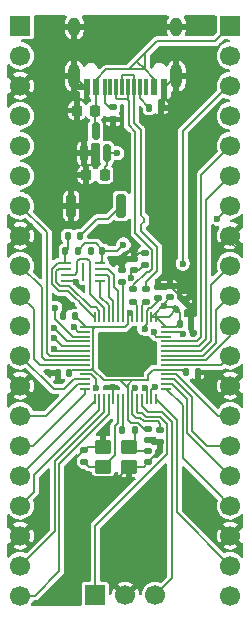
<source format=gbr>
%TF.GenerationSoftware,KiCad,Pcbnew,9.0.6*%
%TF.CreationDate,2025-12-04T10:49:31-05:00*%
%TF.ProjectId,Devboard,44657662-6f61-4726-942e-6b696361645f,rev?*%
%TF.SameCoordinates,Original*%
%TF.FileFunction,Copper,L1,Top*%
%TF.FilePolarity,Positive*%
%FSLAX46Y46*%
G04 Gerber Fmt 4.6, Leading zero omitted, Abs format (unit mm)*
G04 Created by KiCad (PCBNEW 9.0.6) date 2025-12-04 10:49:31*
%MOMM*%
%LPD*%
G01*
G04 APERTURE LIST*
G04 Aperture macros list*
%AMRoundRect*
0 Rectangle with rounded corners*
0 $1 Rounding radius*
0 $2 $3 $4 $5 $6 $7 $8 $9 X,Y pos of 4 corners*
0 Add a 4 corners polygon primitive as box body*
4,1,4,$2,$3,$4,$5,$6,$7,$8,$9,$2,$3,0*
0 Add four circle primitives for the rounded corners*
1,1,$1+$1,$2,$3*
1,1,$1+$1,$4,$5*
1,1,$1+$1,$6,$7*
1,1,$1+$1,$8,$9*
0 Add four rect primitives between the rounded corners*
20,1,$1+$1,$2,$3,$4,$5,0*
20,1,$1+$1,$4,$5,$6,$7,0*
20,1,$1+$1,$6,$7,$8,$9,0*
20,1,$1+$1,$8,$9,$2,$3,0*%
G04 Aperture macros list end*
%TA.AperFunction,SMDPad,CuDef*%
%ADD10RoundRect,0.135000X-0.185000X0.135000X-0.185000X-0.135000X0.185000X-0.135000X0.185000X0.135000X0*%
%TD*%
%TA.AperFunction,SMDPad,CuDef*%
%ADD11RoundRect,0.150000X0.150000X-0.587500X0.150000X0.587500X-0.150000X0.587500X-0.150000X-0.587500X0*%
%TD*%
%TA.AperFunction,SMDPad,CuDef*%
%ADD12RoundRect,0.225000X0.225000X0.250000X-0.225000X0.250000X-0.225000X-0.250000X0.225000X-0.250000X0*%
%TD*%
%TA.AperFunction,SMDPad,CuDef*%
%ADD13RoundRect,0.140000X-0.170000X0.140000X-0.170000X-0.140000X0.170000X-0.140000X0.170000X0.140000X0*%
%TD*%
%TA.AperFunction,SMDPad,CuDef*%
%ADD14RoundRect,0.135000X-0.135000X-0.185000X0.135000X-0.185000X0.135000X0.185000X-0.135000X0.185000X0*%
%TD*%
%TA.AperFunction,SMDPad,CuDef*%
%ADD15RoundRect,0.062500X-0.387500X-0.062500X0.387500X-0.062500X0.387500X0.062500X-0.387500X0.062500X0*%
%TD*%
%TA.AperFunction,HeatsinkPad*%
%ADD16R,0.200000X1.600000*%
%TD*%
%TA.AperFunction,HeatsinkPad*%
%ADD17R,3.200000X3.200000*%
%TD*%
%TA.AperFunction,SMDPad,CuDef*%
%ADD18RoundRect,0.050000X-0.050000X-0.387500X0.050000X-0.387500X0.050000X0.387500X-0.050000X0.387500X0*%
%TD*%
%TA.AperFunction,SMDPad,CuDef*%
%ADD19RoundRect,0.050000X-0.387500X-0.050000X0.387500X-0.050000X0.387500X0.050000X-0.387500X0.050000X0*%
%TD*%
%TA.AperFunction,SMDPad,CuDef*%
%ADD20RoundRect,0.250000X0.450000X0.350000X-0.450000X0.350000X-0.450000X-0.350000X0.450000X-0.350000X0*%
%TD*%
%TA.AperFunction,SMDPad,CuDef*%
%ADD21RoundRect,0.200000X-0.200000X-0.800000X0.200000X-0.800000X0.200000X0.800000X-0.200000X0.800000X0*%
%TD*%
%TA.AperFunction,SMDPad,CuDef*%
%ADD22RoundRect,0.135000X0.135000X0.185000X-0.135000X0.185000X-0.135000X-0.185000X0.135000X-0.185000X0*%
%TD*%
%TA.AperFunction,SMDPad,CuDef*%
%ADD23RoundRect,0.135000X0.185000X-0.135000X0.185000X0.135000X-0.185000X0.135000X-0.185000X-0.135000X0*%
%TD*%
%TA.AperFunction,ComponentPad*%
%ADD24R,1.700000X1.700000*%
%TD*%
%TA.AperFunction,ComponentPad*%
%ADD25C,1.700000*%
%TD*%
%TA.AperFunction,SMDPad,CuDef*%
%ADD26RoundRect,0.140000X-0.140000X-0.170000X0.140000X-0.170000X0.140000X0.170000X-0.140000X0.170000X0*%
%TD*%
%TA.AperFunction,SMDPad,CuDef*%
%ADD27RoundRect,0.140000X0.170000X-0.140000X0.170000X0.140000X-0.170000X0.140000X-0.170000X-0.140000X0*%
%TD*%
%TA.AperFunction,SMDPad,CuDef*%
%ADD28RoundRect,0.140000X0.140000X0.170000X-0.140000X0.170000X-0.140000X-0.170000X0.140000X-0.170000X0*%
%TD*%
%TA.AperFunction,SMDPad,CuDef*%
%ADD29RoundRect,0.140000X0.021213X-0.219203X0.219203X-0.021213X-0.021213X0.219203X-0.219203X0.021213X0*%
%TD*%
%TA.AperFunction,HeatsinkPad*%
%ADD30O,1.000000X1.600000*%
%TD*%
%TA.AperFunction,HeatsinkPad*%
%ADD31O,1.000000X2.100000*%
%TD*%
%TA.AperFunction,SMDPad,CuDef*%
%ADD32R,0.600000X1.450000*%
%TD*%
%TA.AperFunction,SMDPad,CuDef*%
%ADD33R,0.300000X1.450000*%
%TD*%
%TA.AperFunction,ViaPad*%
%ADD34C,0.600000*%
%TD*%
%TA.AperFunction,Conductor*%
%ADD35C,0.200000*%
%TD*%
G04 APERTURE END LIST*
D10*
%TO.P,R3,2*%
%TO.N,Net-(U1-USB_DP)*%
X79375000Y-82822500D03*
%TO.P,R3,1*%
%TO.N,USB_D+*%
X79375000Y-81802500D03*
%TD*%
D11*
%TO.P,U2,3,VI*%
%TO.N,VBUS*%
X76185000Y-68385000D03*
%TO.P,U2,2,VO*%
%TO.N,+3V3*%
X77135000Y-70260000D03*
%TO.P,U2,1,GND*%
%TO.N,GND*%
X75235000Y-70260000D03*
%TD*%
D12*
%TO.P,C14,1*%
%TO.N,VBUS*%
X76150000Y-66650000D03*
%TO.P,C14,2*%
%TO.N,GND*%
X74600000Y-66650000D03*
%TD*%
%TO.P,C13,1*%
%TO.N,+3V3*%
X76950000Y-72100000D03*
%TO.P,C13,2*%
%TO.N,GND*%
X75400000Y-72100000D03*
%TD*%
D13*
%TO.P,C10,2*%
%TO.N,GND*%
X81650000Y-94680000D03*
%TO.P,C10,1*%
%TO.N,+1V1*%
X81650000Y-93720000D03*
%TD*%
%TO.P,C9,2*%
%TO.N,GND*%
X80600000Y-94555000D03*
%TO.P,C9,1*%
%TO.N,+3V3*%
X80600000Y-93595000D03*
%TD*%
D14*
%TO.P,R5,2*%
%TO.N,Net-(C15-Pad2)*%
X79485000Y-93725000D03*
%TO.P,R5,1*%
%TO.N,XOUT*%
X78465000Y-93725000D03*
%TD*%
D15*
%TO.P,U3,1,~{CS}*%
%TO.N,QSPI_SS*%
X73725000Y-79550000D03*
%TO.P,U3,2,DO/IO_{1}*%
%TO.N,QSPI_SD1*%
X73725000Y-80050000D03*
%TO.P,U3,3,~{WP}/IO_{2}*%
%TO.N,QSPI_SD2*%
X73725000Y-80550000D03*
%TO.P,U3,4,GND*%
%TO.N,GND*%
X73725000Y-81050000D03*
%TO.P,U3,5,DI/IO_{0}*%
%TO.N,QSPI_SD0*%
X76575000Y-81050000D03*
%TO.P,U3,6,CLK*%
%TO.N,QSPI_SCLK*%
X76575000Y-80550000D03*
%TO.P,U3,7,~{HOLD}/~{RESET}/IO_{3}*%
%TO.N,QSPI_SD3*%
X76575000Y-80050000D03*
%TO.P,U3,8,VCC*%
%TO.N,+3V3*%
X76575000Y-79550000D03*
D16*
%TO.P,U3,9*%
%TO.N,N/C*%
X75150000Y-80300000D03*
%TD*%
D17*
%TO.P,U1,57,GND*%
%TO.N,GND*%
X78700000Y-87600000D03*
D18*
%TO.P,U1,56,QSPI_SS*%
%TO.N,QSPI_SS*%
X76100000Y-84162500D03*
%TO.P,U1,55,QSPI_SD1*%
%TO.N,QSPI_SD1*%
X76500000Y-84162500D03*
%TO.P,U1,54,QSPI_SD2*%
%TO.N,QSPI_SD2*%
X76900000Y-84162500D03*
%TO.P,U1,53,QSPI_SD0*%
%TO.N,QSPI_SD0*%
X77300000Y-84162500D03*
%TO.P,U1,52,QSPI_SCLK*%
%TO.N,QSPI_SCLK*%
X77700000Y-84162500D03*
%TO.P,U1,51,QSPI_SD3*%
%TO.N,QSPI_SD3*%
X78100000Y-84162500D03*
%TO.P,U1,50,DVDD*%
%TO.N,+1V1*%
X78500000Y-84162500D03*
%TO.P,U1,49,IOVDD*%
%TO.N,+3V3*%
X78900000Y-84162500D03*
%TO.P,U1,48,USB_VDD*%
X79300000Y-84162500D03*
%TO.P,U1,47,USB_DP*%
%TO.N,Net-(U1-USB_DP)*%
X79700000Y-84162500D03*
%TO.P,U1,46,USB_DM*%
%TO.N,Net-(U1-USB_DM)*%
X80100000Y-84162500D03*
%TO.P,U1,45,VREG_VOUT*%
%TO.N,+1V1*%
X80500000Y-84162500D03*
%TO.P,U1,44,VREG_IN*%
%TO.N,+3V3*%
X80900000Y-84162500D03*
%TO.P,U1,43,ADC_AVDD*%
X81300000Y-84162500D03*
D19*
%TO.P,U1,42,IOVDD*%
X82137500Y-85000000D03*
%TO.P,U1,41,GPIO29_ADC3*%
%TO.N,GPIO29_ADC3*%
X82137500Y-85400000D03*
%TO.P,U1,40,GPIO28_ADC2*%
%TO.N,GPIO28_ADC2*%
X82137500Y-85800000D03*
%TO.P,U1,39,GPIO27_ADC1*%
%TO.N,GPIO27_ADC1*%
X82137500Y-86200000D03*
%TO.P,U1,38,GPIO26_ADC0*%
%TO.N,GPIO26_ADC0*%
X82137500Y-86600000D03*
%TO.P,U1,37,GPIO25*%
%TO.N,GPIO25*%
X82137500Y-87000000D03*
%TO.P,U1,36,GPIO24*%
%TO.N,GPIO24*%
X82137500Y-87400000D03*
%TO.P,U1,35,GPIO23*%
%TO.N,GPIO23*%
X82137500Y-87800000D03*
%TO.P,U1,34,GPIO22*%
%TO.N,GPIO22*%
X82137500Y-88200000D03*
%TO.P,U1,33,IOVDD*%
%TO.N,+3V3*%
X82137500Y-88600000D03*
%TO.P,U1,32,GPIO21*%
%TO.N,GPIO21*%
X82137500Y-89000000D03*
%TO.P,U1,31,GPIO20*%
%TO.N,GPIO20*%
X82137500Y-89400000D03*
%TO.P,U1,30,GPIO19*%
%TO.N,GPIO19*%
X82137500Y-89800000D03*
%TO.P,U1,29,GPIO18*%
%TO.N,GPIO18*%
X82137500Y-90200000D03*
D18*
%TO.P,U1,28,GPIO17*%
%TO.N,GPIO17*%
X81300000Y-91037500D03*
%TO.P,U1,27,GPIO16*%
%TO.N,GPIO16*%
X80900000Y-91037500D03*
%TO.P,U1,26,RUN*%
%TO.N,RUN*%
X80500000Y-91037500D03*
%TO.P,U1,25,SWD*%
%TO.N,SWD*%
X80100000Y-91037500D03*
%TO.P,U1,24,SWCLK*%
%TO.N,SWCLK*%
X79700000Y-91037500D03*
%TO.P,U1,23,DVDD*%
%TO.N,+1V1*%
X79300000Y-91037500D03*
%TO.P,U1,22,IOVDD*%
%TO.N,+3V3*%
X78900000Y-91037500D03*
%TO.P,U1,21,XOUT*%
%TO.N,XOUT*%
X78500000Y-91037500D03*
%TO.P,U1,20,XIN*%
%TO.N,XIN*%
X78100000Y-91037500D03*
%TO.P,U1,19,TESTEN*%
%TO.N,GND*%
X77700000Y-91037500D03*
%TO.P,U1,18,GPIO15*%
%TO.N,GPIO15*%
X77300000Y-91037500D03*
%TO.P,U1,17,GPIO14*%
%TO.N,GPIO14*%
X76900000Y-91037500D03*
%TO.P,U1,16,GPIO13*%
%TO.N,GPIO13*%
X76500000Y-91037500D03*
%TO.P,U1,15,GPIO12*%
%TO.N,GPIO12*%
X76100000Y-91037500D03*
D19*
%TO.P,U1,14,GPIO11*%
%TO.N,GPIO11*%
X75262500Y-90200000D03*
%TO.P,U1,13,GPIO10*%
%TO.N,GPIO10*%
X75262500Y-89800000D03*
%TO.P,U1,12,GPIO9*%
%TO.N,GPIO9*%
X75262500Y-89400000D03*
%TO.P,U1,11,GPIO8*%
%TO.N,GPIO8*%
X75262500Y-89000000D03*
%TO.P,U1,10,IOVDD*%
%TO.N,+3V3*%
X75262500Y-88600000D03*
%TO.P,U1,9,GPIO7*%
%TO.N,GPIO7*%
X75262500Y-88200000D03*
%TO.P,U1,8,GPIO6*%
%TO.N,GPIO6*%
X75262500Y-87800000D03*
%TO.P,U1,7,GPIO5*%
%TO.N,GPIO5*%
X75262500Y-87400000D03*
%TO.P,U1,6,GPIO4*%
%TO.N,GPIO4*%
X75262500Y-87000000D03*
%TO.P,U1,5,GPIO3*%
%TO.N,GPIO3*%
X75262500Y-86600000D03*
%TO.P,U1,4,GPIO2*%
%TO.N,GPIO2*%
X75262500Y-86200000D03*
%TO.P,U1,3,GPIO1*%
%TO.N,GPIO1*%
X75262500Y-85800000D03*
%TO.P,U1,2,GPIO0*%
%TO.N,GPIO0*%
X75262500Y-85400000D03*
%TO.P,U1,1,IOVDD*%
%TO.N,+3V3*%
X75262500Y-85000000D03*
%TD*%
D20*
%TO.P,Y1,1,1*%
%TO.N,Net-(C15-Pad2)*%
X79050000Y-95100000D03*
%TO.P,Y1,2,2*%
%TO.N,GND*%
X76850000Y-95100000D03*
%TO.P,Y1,3,3*%
%TO.N,XIN*%
X76850000Y-96800000D03*
%TO.P,Y1,4,4*%
%TO.N,GND*%
X79050000Y-96800000D03*
%TD*%
D21*
%TO.P,SW1,1,1*%
%TO.N,GND*%
X74125000Y-74725000D03*
%TO.P,SW1,2,2*%
%TO.N,Net-(R6-Pad1)*%
X78325000Y-74725000D03*
%TD*%
D22*
%TO.P,R7,1*%
%TO.N,+3V3*%
X74660000Y-78550000D03*
%TO.P,R7,2*%
%TO.N,QSPI_SS*%
X73640000Y-78550000D03*
%TD*%
%TO.P,R6,1*%
%TO.N,Net-(R6-Pad1)*%
X74860000Y-77275000D03*
%TO.P,R6,2*%
%TO.N,QSPI_SS*%
X73840000Y-77275000D03*
%TD*%
D23*
%TO.P,R2,1*%
%TO.N,GND*%
X77675000Y-67410000D03*
%TO.P,R2,2*%
%TO.N,Net-(J1-CC2)*%
X77675000Y-66390000D03*
%TD*%
D22*
%TO.P,R1,1*%
%TO.N,GND*%
X81760000Y-66400000D03*
%TO.P,R1,2*%
%TO.N,Net-(J1-CC1)*%
X80740000Y-66400000D03*
%TD*%
D24*
%TO.P,J4,1,Pin_1*%
%TO.N,SWCLK*%
X76160000Y-107690000D03*
D25*
%TO.P,J4,2,Pin_2*%
%TO.N,GND*%
X78700000Y-107690000D03*
%TO.P,J4,3,Pin_3*%
%TO.N,SWD*%
X81240000Y-107690000D03*
%TD*%
D24*
%TO.P,J3,1,Pin_1*%
%TO.N,VBUS*%
X87590000Y-59470000D03*
D25*
%TO.P,J3,2,Pin_2*%
%TO.N,+3V3*%
X87590000Y-62010000D03*
%TO.P,J3,3,Pin_3*%
%TO.N,GPIO29_ADC3*%
X87590000Y-64550000D03*
%TO.P,J3,4,Pin_4*%
%TO.N,GPIO28_ADC2*%
X87590000Y-67090000D03*
%TO.P,J3,5,Pin_5*%
%TO.N,GPIO27_ADC1*%
X87590000Y-69630000D03*
%TO.P,J3,6,Pin_6*%
%TO.N,GPIO26_ADC0*%
X87590000Y-72170000D03*
%TO.P,J3,7,Pin_7*%
%TO.N,RUN*%
X87590000Y-74710000D03*
%TO.P,J3,8,Pin_8*%
%TO.N,GND*%
X87590000Y-77250000D03*
%TO.P,J3,9,Pin_9*%
%TO.N,GPIO25*%
X87590000Y-79790000D03*
%TO.P,J3,10,Pin_10*%
%TO.N,GPIO24*%
X87590000Y-82330000D03*
%TO.P,J3,11,Pin_11*%
%TO.N,GPIO23*%
X87590000Y-84870000D03*
%TO.P,J3,12,Pin_12*%
%TO.N,GPIO22*%
X87590000Y-87410000D03*
%TO.P,J3,13,Pin_13*%
%TO.N,GND*%
X87590000Y-89950000D03*
%TO.P,J3,14,Pin_14*%
%TO.N,GPIO21*%
X87590000Y-92490000D03*
%TO.P,J3,15,Pin_15*%
%TO.N,GPIO20*%
X87590000Y-95030000D03*
%TO.P,J3,16,Pin_16*%
%TO.N,GPIO19*%
X87590000Y-97570000D03*
%TO.P,J3,17,Pin_17*%
%TO.N,GPIO18*%
X87590000Y-100110000D03*
%TO.P,J3,18,Pin_18*%
%TO.N,GND*%
X87590000Y-102650000D03*
%TO.P,J3,19,Pin_19*%
%TO.N,GPIO17*%
X87590000Y-105190000D03*
%TO.P,J3,20,Pin_20*%
%TO.N,GPIO16*%
X87590000Y-107730000D03*
%TD*%
D24*
%TO.P,J2,1,Pin_1*%
%TO.N,GPIO0*%
X69810000Y-59470000D03*
D25*
%TO.P,J2,2,Pin_2*%
%TO.N,GPIO1*%
X69810000Y-62010000D03*
%TO.P,J2,3,Pin_3*%
%TO.N,GND*%
X69810000Y-64550000D03*
%TO.P,J2,4,Pin_4*%
%TO.N,GPIO2*%
X69810000Y-67090000D03*
%TO.P,J2,5,Pin_5*%
%TO.N,GPIO3*%
X69810000Y-69630000D03*
%TO.P,J2,6,Pin_6*%
%TO.N,GPIO4*%
X69810000Y-72170000D03*
%TO.P,J2,7,Pin_7*%
%TO.N,GPIO5*%
X69810000Y-74710000D03*
%TO.P,J2,8,Pin_8*%
%TO.N,GND*%
X69810000Y-77250000D03*
%TO.P,J2,9,Pin_9*%
%TO.N,GPIO6*%
X69810000Y-79790000D03*
%TO.P,J2,10,Pin_10*%
%TO.N,GPIO7*%
X69810000Y-82330000D03*
%TO.P,J2,11,Pin_11*%
%TO.N,GPIO8*%
X69810000Y-84870000D03*
%TO.P,J2,12,Pin_12*%
%TO.N,GPIO9*%
X69810000Y-87410000D03*
%TO.P,J2,13,Pin_13*%
%TO.N,GND*%
X69810000Y-89950000D03*
%TO.P,J2,14,Pin_14*%
%TO.N,GPIO10*%
X69810000Y-92490000D03*
%TO.P,J2,15,Pin_15*%
%TO.N,GPIO11*%
X69810000Y-95030000D03*
%TO.P,J2,16,Pin_16*%
%TO.N,GPIO12*%
X69810000Y-97570000D03*
%TO.P,J2,17,Pin_17*%
%TO.N,GPIO13*%
X69810000Y-100110000D03*
%TO.P,J2,18,Pin_18*%
%TO.N,GND*%
X69810000Y-102650000D03*
%TO.P,J2,19,Pin_19*%
%TO.N,GPIO14*%
X69810000Y-105190000D03*
%TO.P,J2,20,Pin_20*%
%TO.N,GPIO15*%
X69810000Y-107730000D03*
%TD*%
D26*
%TO.P,C17,1*%
%TO.N,+3V3*%
X83870000Y-88825000D03*
%TO.P,C17,2*%
%TO.N,GND*%
X84830000Y-88825000D03*
%TD*%
D13*
%TO.P,C16,1*%
%TO.N,GND*%
X75200000Y-95420000D03*
%TO.P,C16,2*%
%TO.N,XIN*%
X75200000Y-96380000D03*
%TD*%
D27*
%TO.P,C15,1*%
%TO.N,GND*%
X80650000Y-96430000D03*
%TO.P,C15,2*%
%TO.N,Net-(C15-Pad2)*%
X80650000Y-95470000D03*
%TD*%
%TO.P,C12,2*%
%TO.N,GND*%
X81475000Y-81570000D03*
%TO.P,C12,1*%
%TO.N,+1V1*%
X81475000Y-82530000D03*
%TD*%
%TO.P,C11,1*%
%TO.N,+1V1*%
X78400000Y-81150000D03*
%TO.P,C11,2*%
%TO.N,GND*%
X78400000Y-80190000D03*
%TD*%
D28*
%TO.P,C8,2*%
%TO.N,GND*%
X72995000Y-88850000D03*
%TO.P,C8,1*%
%TO.N,+3V3*%
X73955000Y-88850000D03*
%TD*%
D26*
%TO.P,C7,1*%
%TO.N,+3V3*%
X83295000Y-84700000D03*
%TO.P,C7,2*%
%TO.N,GND*%
X84255000Y-84700000D03*
%TD*%
D27*
%TO.P,C6,1*%
%TO.N,+3V3*%
X79425000Y-80155000D03*
%TO.P,C6,2*%
%TO.N,GND*%
X79425000Y-79195000D03*
%TD*%
D28*
%TO.P,C5,1*%
%TO.N,+3V3*%
X74430000Y-84075000D03*
%TO.P,C5,2*%
%TO.N,GND*%
X73470000Y-84075000D03*
%TD*%
D27*
%TO.P,C4,1*%
%TO.N,+3V3*%
X82500000Y-82475000D03*
%TO.P,C4,2*%
%TO.N,GND*%
X82500000Y-81515000D03*
%TD*%
%TO.P,C3,1*%
%TO.N,+3V3*%
X80350000Y-79705000D03*
%TO.P,C3,2*%
%TO.N,GND*%
X80350000Y-78745000D03*
%TD*%
D28*
%TO.P,C2,1*%
%TO.N,+3V3*%
X76755000Y-78550000D03*
%TO.P,C2,2*%
%TO.N,GND*%
X75795000Y-78550000D03*
%TD*%
D29*
%TO.P,C1,1*%
%TO.N,+3V3*%
X83035589Y-83489411D03*
%TO.P,C1,2*%
%TO.N,GND*%
X83714411Y-82810589D03*
%TD*%
D30*
%TO.P,J1,S1,SHIELD*%
%TO.N,GND*%
X74380000Y-59550000D03*
D31*
X74380000Y-63730000D03*
D30*
X83020000Y-59550000D03*
D31*
X83020000Y-63730000D03*
D32*
%TO.P,J1,B12,GND*%
X81950000Y-64645000D03*
%TO.P,J1,B9,VBUS*%
%TO.N,VBUS*%
X81150000Y-64645000D03*
D33*
%TO.P,J1,B8*%
%TO.N,N/C*%
X80450000Y-64645000D03*
%TO.P,J1,B7,D-*%
%TO.N,USB_D-*%
X79450000Y-64645000D03*
%TO.P,J1,B6,D+*%
%TO.N,USB_D+*%
X77950000Y-64645000D03*
%TO.P,J1,B5,CC2*%
%TO.N,Net-(J1-CC2)*%
X76950000Y-64645000D03*
D32*
%TO.P,J1,B4,VBUS*%
%TO.N,VBUS*%
X76250000Y-64645000D03*
%TO.P,J1,B1,GND*%
%TO.N,GND*%
X75450000Y-64645000D03*
%TO.P,J1,A12,GND*%
X75450000Y-64645000D03*
%TO.P,J1,A9,VBUS*%
%TO.N,VBUS*%
X76250000Y-64645000D03*
D33*
%TO.P,J1,A8*%
%TO.N,N/C*%
X77450000Y-64645000D03*
%TO.P,J1,A7,D-*%
%TO.N,USB_D-*%
X78450000Y-64645000D03*
%TO.P,J1,A6,D+*%
%TO.N,USB_D+*%
X78950000Y-64645000D03*
%TO.P,J1,A5,CC1*%
%TO.N,Net-(J1-CC1)*%
X79950000Y-64645000D03*
D32*
%TO.P,J1,A4,VBUS*%
%TO.N,VBUS*%
X81150000Y-64645000D03*
%TO.P,J1,A1,GND*%
%TO.N,GND*%
X81950000Y-64645000D03*
%TD*%
D23*
%TO.P,R4,1*%
%TO.N,Net-(U1-USB_DM)*%
X80425000Y-82822500D03*
%TO.P,R4,2*%
%TO.N,USB_D-*%
X80425000Y-81802500D03*
%TD*%
D34*
%TO.N,GND*%
X75795000Y-78550000D03*
X77025000Y-77225000D03*
X79450000Y-78050000D03*
X85725000Y-89975000D03*
X88325000Y-78475000D03*
%TO.N,RUN*%
X80339010Y-90100999D03*
%TO.N,+1V1*%
X78437500Y-81187500D03*
X80335206Y-85131745D03*
X79500000Y-90101000D03*
%TO.N,GND*%
X70655000Y-76405000D03*
X70625000Y-78475000D03*
X69100000Y-78500000D03*
X69100000Y-76050000D03*
X71375000Y-74925000D03*
X74537500Y-81162500D03*
X81700000Y-71075000D03*
X84650000Y-63625000D03*
X78950000Y-68725000D03*
X74375000Y-71000000D03*
X77900000Y-72175000D03*
X84350000Y-79950000D03*
X80250000Y-101400000D03*
X80300000Y-99850000D03*
X74225000Y-83150000D03*
X76850000Y-95100000D03*
X86350000Y-78425000D03*
X84925000Y-59675000D03*
X81875000Y-99825000D03*
X81850000Y-101450000D03*
X72200000Y-88800000D03*
X75583450Y-97701000D03*
X75200000Y-95420000D03*
X77650000Y-79275000D03*
X77850000Y-85625000D03*
X80775000Y-87700000D03*
X79300000Y-85600000D03*
X76800000Y-86650000D03*
X77700000Y-90100000D03*
X77100000Y-93650000D03*
%TO.N,GPIO28_ADC2*%
X81175000Y-85400000D03*
%TO.N,GPIO29_ADC3*%
X83575000Y-79611765D03*
X83575000Y-85600000D03*
%TO.N,GPIO16*%
X81202401Y-90096128D03*
%TO.N,RUN*%
X86500000Y-75800000D03*
%TO.N,GPIO0*%
X74325000Y-85019023D03*
%TO.N,GPIO1*%
X72751000Y-83350000D03*
%TO.N,GPIO2*%
X72673000Y-85076735D03*
%TO.N,GPIO3*%
X72673000Y-85950000D03*
%TO.N,GPIO4*%
X72673000Y-86800000D03*
%TO.N,GPIO8*%
X76201120Y-90102138D03*
%TO.N,+3V3*%
X78550000Y-78000000D03*
X79178223Y-80803404D03*
X79100000Y-83807289D03*
X78000000Y-70260000D03*
X81962500Y-83237500D03*
%TD*%
D35*
%TO.N,+3V3*%
X75974000Y-88599000D02*
X75825000Y-88599000D01*
X76875000Y-89500000D02*
X75974000Y-88599000D01*
X78225000Y-89500000D02*
X76875000Y-89500000D01*
%TO.N,GPIO8*%
X75800000Y-89000000D02*
X75262500Y-89000000D01*
X76201120Y-89401120D02*
X75800000Y-89000000D01*
X76201120Y-90102138D02*
X76201120Y-89401120D01*
%TO.N,+3V3*%
X83300000Y-84695000D02*
X83295000Y-84700000D01*
X83300000Y-83753822D02*
X83300000Y-84695000D01*
X83035589Y-83489411D02*
X83300000Y-83753822D01*
X81300000Y-84162500D02*
X80900000Y-84162500D01*
X81300000Y-84162500D02*
X82137500Y-85000000D01*
X82362500Y-84162500D02*
X83035589Y-83489411D01*
X82871178Y-83325000D02*
X83035589Y-83489411D01*
X82050000Y-83325000D02*
X82871178Y-83325000D01*
X81962500Y-83237500D02*
X82050000Y-83325000D01*
%TO.N,GND*%
X84255000Y-83351178D02*
X83714411Y-82810589D01*
X84255000Y-84700000D02*
X84255000Y-83351178D01*
X82500000Y-81515000D02*
X83714411Y-82729411D01*
X83714411Y-82729411D02*
X83714411Y-82810589D01*
%TO.N,+3V3*%
X78000000Y-78550000D02*
X78550000Y-78000000D01*
X76755000Y-78550000D02*
X78000000Y-78550000D01*
X76214000Y-77889000D02*
X76755000Y-78430000D01*
X75321000Y-77889000D02*
X76214000Y-77889000D01*
X76755000Y-78430000D02*
X76755000Y-78550000D01*
X74660000Y-78550000D02*
X75321000Y-77889000D01*
X76755000Y-79370000D02*
X76755000Y-78550000D01*
%TO.N,VBUS*%
X80375000Y-63175000D02*
X80375000Y-61797000D01*
X80375000Y-61797000D02*
X81397000Y-60775000D01*
X80375000Y-63175000D02*
X81150000Y-63950000D01*
X78997000Y-63175000D02*
X80375000Y-63175000D01*
X79724000Y-62524000D02*
X80375000Y-63175000D01*
X79648000Y-62524000D02*
X79724000Y-62524000D01*
X81150000Y-63950000D02*
X81150000Y-64645000D01*
X78997000Y-63175000D02*
X79648000Y-62524000D01*
X77100000Y-63175000D02*
X78997000Y-63175000D01*
X76250000Y-64025000D02*
X77100000Y-63175000D01*
X76250000Y-64645000D02*
X76250000Y-64025000D01*
%TO.N,RUN*%
X86500000Y-75800000D02*
X87590000Y-74710000D01*
%TO.N,GND*%
X87590000Y-77740000D02*
X88325000Y-78475000D01*
X87590000Y-77250000D02*
X87590000Y-77740000D01*
X86415000Y-78425000D02*
X87590000Y-77250000D01*
X86350000Y-78425000D02*
X86415000Y-78425000D01*
X86400000Y-78475000D02*
X86350000Y-78425000D01*
X88325000Y-78475000D02*
X86400000Y-78475000D01*
%TO.N,+3V3*%
X79199000Y-89500000D02*
X79200000Y-89501000D01*
X79200000Y-89501000D02*
X80601000Y-89501000D01*
X78225000Y-89500000D02*
X79199000Y-89500000D01*
%TO.N,QSPI_SD2*%
X76900000Y-83375000D02*
X76900000Y-84162500D01*
X75725000Y-79425000D02*
X75725000Y-82200000D01*
X74650000Y-79425000D02*
X74876000Y-79199000D01*
X75499000Y-79199000D02*
X75725000Y-79425000D01*
X74650000Y-80350000D02*
X74650000Y-79425000D01*
X74450000Y-80550000D02*
X74650000Y-80350000D01*
X73725000Y-80550000D02*
X74450000Y-80550000D01*
X74876000Y-79199000D02*
X75499000Y-79199000D01*
X75725000Y-82200000D02*
X76900000Y-83375000D01*
%TO.N,USB_D+*%
X78975000Y-67900057D02*
X78975000Y-65757501D01*
X78975000Y-65757501D02*
X78950000Y-65732501D01*
X80961000Y-78418450D02*
X79551000Y-77008450D01*
X79551000Y-68476057D02*
X78975000Y-67900057D01*
X80706550Y-80286000D02*
X80961000Y-80031550D01*
X80545570Y-80286000D02*
X80706550Y-80286000D01*
X79551000Y-77008450D02*
X79551000Y-68476057D01*
X79375000Y-81456570D02*
X80545570Y-80286000D01*
X80961000Y-80031550D02*
X80961000Y-78418450D01*
X79375000Y-81802500D02*
X79375000Y-81456570D01*
X78950000Y-65732501D02*
X78950000Y-64645000D01*
%TO.N,Net-(U1-USB_DP)*%
X79700000Y-84162500D02*
X79700000Y-83147500D01*
X79700000Y-83147500D02*
X79375000Y-82822500D01*
%TO.N,Net-(U1-USB_DM)*%
X80100000Y-84162500D02*
X80100000Y-83147500D01*
X80100000Y-83147500D02*
X80425000Y-82822500D01*
%TO.N,GND*%
X82445000Y-81570000D02*
X82500000Y-81515000D01*
X81475000Y-81570000D02*
X82445000Y-81570000D01*
%TO.N,+1V1*%
X81475000Y-82809999D02*
X81475000Y-82530000D01*
X80891499Y-83393500D02*
X81475000Y-82809999D01*
X80725000Y-83393500D02*
X80891499Y-83393500D01*
X80500000Y-83618500D02*
X80725000Y-83393500D01*
X80500000Y-84162500D02*
X80500000Y-83618500D01*
%TO.N,+3V3*%
X81962500Y-83012500D02*
X82500000Y-82475000D01*
X81962500Y-83237500D02*
X81962500Y-83012500D01*
%TO.N,RUN*%
X80463759Y-90225748D02*
X80339010Y-90100999D01*
X80500000Y-90225748D02*
X80463759Y-90225748D01*
%TO.N,GPIO16*%
X80900000Y-90313815D02*
X80900000Y-91037500D01*
X81117687Y-90096128D02*
X80900000Y-90313815D01*
X81202401Y-90096128D02*
X81117687Y-90096128D01*
%TO.N,+3V3*%
X81050000Y-88600000D02*
X82137500Y-88600000D01*
X80601000Y-89501000D02*
X80601000Y-89049000D01*
X80601000Y-89049000D02*
X81050000Y-88600000D01*
%TO.N,+1V1*%
X79300000Y-90322387D02*
X79300000Y-91037500D01*
X79500000Y-90101000D02*
X79500000Y-90122387D01*
X79500000Y-90122387D02*
X79300000Y-90322387D01*
%TO.N,RUN*%
X80500000Y-90225748D02*
X80500000Y-91037500D01*
%TO.N,+3V3*%
X78225000Y-89500000D02*
X78900000Y-90175000D01*
X78900000Y-90175000D02*
X78900000Y-91037500D01*
X76150000Y-85000000D02*
X75975000Y-85000000D01*
X76000000Y-85150000D02*
X76000000Y-85025000D01*
X76000000Y-85150000D02*
X76150000Y-85000000D01*
X76325000Y-85000000D02*
X76150000Y-85000000D01*
X76000000Y-85325000D02*
X76000000Y-85150000D01*
X76000000Y-88425000D02*
X76000000Y-85325000D01*
X75262500Y-88600000D02*
X75825000Y-88600000D01*
X75975000Y-85000000D02*
X75262500Y-85000000D01*
X76000000Y-85025000D02*
X75975000Y-85000000D01*
X75825000Y-88600000D02*
X76000000Y-88425000D01*
X78650000Y-85000000D02*
X76325000Y-85000000D01*
X78900000Y-84750000D02*
X78650000Y-85000000D01*
X78900000Y-84162500D02*
X78900000Y-84750000D01*
%TO.N,GND*%
X77875000Y-85600000D02*
X77875000Y-85500000D01*
X77850000Y-85625000D02*
X77875000Y-85600000D01*
%TO.N,+1V1*%
X80500000Y-84697774D02*
X80500000Y-84162500D01*
X80335206Y-85131745D02*
X80202461Y-84999000D01*
X80335206Y-84862568D02*
X80500000Y-84697774D01*
X80335206Y-85131745D02*
X80335206Y-84862568D01*
X81400000Y-82555000D02*
X81400000Y-82676000D01*
%TO.N,GND*%
X74425000Y-81050000D02*
X73725000Y-81050000D01*
X74537500Y-81162500D02*
X74425000Y-81050000D01*
%TO.N,QSPI_SD1*%
X76500000Y-83625000D02*
X76500000Y-84162500D01*
X76191450Y-83316450D02*
X76500000Y-83625000D01*
X75783550Y-83316450D02*
X76191450Y-83316450D01*
X75783550Y-83291507D02*
X75783550Y-83316450D01*
X73968043Y-81476000D02*
X75783550Y-83291507D01*
X73187202Y-81476000D02*
X73968043Y-81476000D01*
X72875000Y-81163798D02*
X73187202Y-81476000D01*
X72875000Y-80225000D02*
X72875000Y-81163798D01*
X73050000Y-80050000D02*
X72875000Y-80225000D01*
X73725000Y-80050000D02*
X73050000Y-80050000D01*
%TO.N,QSPI_SS*%
X72982900Y-79550000D02*
X73725000Y-79550000D01*
X72474000Y-80058900D02*
X72982900Y-79550000D01*
X72474000Y-81329898D02*
X72474000Y-80058900D01*
X73825000Y-81925000D02*
X73069102Y-81925000D01*
X74449000Y-82549000D02*
X73825000Y-81925000D01*
X73069102Y-81925000D02*
X72474000Y-81329898D01*
X74473943Y-82549000D02*
X74449000Y-82549000D01*
X74826000Y-82926000D02*
X74826000Y-82901057D01*
X76100000Y-84162500D02*
X76062500Y-84162500D01*
X76062500Y-84162500D02*
X74826000Y-82926000D01*
X74826000Y-82901057D02*
X74473943Y-82549000D01*
%TO.N,GND*%
X81950000Y-66210000D02*
X81760000Y-66400000D01*
X81950000Y-64645000D02*
X81950000Y-66210000D01*
X82105000Y-64645000D02*
X83020000Y-63730000D01*
X81950000Y-64645000D02*
X82105000Y-64645000D01*
X73470000Y-83905000D02*
X74225000Y-83150000D01*
X73470000Y-84075000D02*
X73470000Y-83905000D01*
X77730000Y-79195000D02*
X77650000Y-79275000D01*
X79425000Y-79195000D02*
X77730000Y-79195000D01*
X78400000Y-80025000D02*
X77650000Y-79275000D01*
X78400000Y-80190000D02*
X78400000Y-80025000D01*
X75295000Y-64645000D02*
X74380000Y-63730000D01*
X75450000Y-64645000D02*
X75295000Y-64645000D01*
X72250000Y-88850000D02*
X72200000Y-88800000D01*
X72995000Y-88850000D02*
X72250000Y-88850000D01*
%TO.N,+3V3*%
X74205000Y-88600000D02*
X73955000Y-88850000D01*
X75262500Y-88600000D02*
X74205000Y-88600000D01*
%TO.N,GPIO9*%
X73525000Y-90225000D02*
X72625000Y-90225000D01*
X73525000Y-90217550D02*
X73525000Y-90225000D01*
X74342550Y-89400000D02*
X73525000Y-90217550D01*
X72625000Y-90225000D02*
X69810000Y-87410000D01*
X75262500Y-89400000D02*
X74342550Y-89400000D01*
%TO.N,GPIO10*%
X74700000Y-89800000D02*
X72010000Y-92490000D01*
X75262500Y-89800000D02*
X74700000Y-89800000D01*
X72010000Y-92490000D02*
X69810000Y-92490000D01*
%TO.N,GPIO11*%
X75262500Y-90662500D02*
X70895000Y-95030000D01*
X70895000Y-95030000D02*
X69810000Y-95030000D01*
X75262500Y-90200000D02*
X75262500Y-90662500D01*
%TO.N,GPIO19*%
X82675000Y-89800000D02*
X82137500Y-89800000D01*
X83950000Y-91075000D02*
X82675000Y-89800000D01*
X87590000Y-97570000D02*
X83950000Y-93930000D01*
X83950000Y-93930000D02*
X83950000Y-91075000D01*
%TO.N,+3V3*%
X81962500Y-83237500D02*
X81825000Y-83237500D01*
X81825000Y-83237500D02*
X81293750Y-83768750D01*
X81300000Y-83775000D02*
X81293750Y-83768750D01*
X81300000Y-84162500D02*
X81300000Y-83775000D01*
X81293750Y-83768750D02*
X80900000Y-84162500D01*
%TO.N,GND*%
X75583450Y-97701000D02*
X74457725Y-96575275D01*
X78149000Y-97701000D02*
X75583450Y-97701000D01*
X74457725Y-96162275D02*
X75200000Y-95420000D01*
X79050000Y-96800000D02*
X78149000Y-97701000D01*
X74457725Y-96575275D02*
X74457725Y-96162275D01*
X77700000Y-91037500D02*
X77700000Y-90100000D01*
%TO.N,QSPI_SD3*%
X77750000Y-80557900D02*
X77242100Y-80050000D01*
X77750000Y-81550000D02*
X77750000Y-80557900D01*
X77242100Y-80050000D02*
X76575000Y-80050000D01*
X78100000Y-81900000D02*
X77750000Y-81550000D01*
X78100000Y-84162500D02*
X78100000Y-81900000D01*
%TO.N,QSPI_SCLK*%
X77350000Y-80725000D02*
X77175000Y-80550000D01*
X77700000Y-82775000D02*
X77350000Y-82425000D01*
X77700000Y-84162500D02*
X77700000Y-82775000D01*
X77350000Y-82425000D02*
X77350000Y-80725000D01*
X77175000Y-80550000D02*
X76575000Y-80550000D01*
%TO.N,GND*%
X75520000Y-95100000D02*
X75200000Y-95420000D01*
X76850000Y-95100000D02*
X75520000Y-95100000D01*
%TO.N,+3V3*%
X79804340Y-93104000D02*
X80295340Y-93595000D01*
X80295340Y-93595000D02*
X80600000Y-93595000D01*
X79165660Y-93104000D02*
X79804340Y-93104000D01*
X78900000Y-92838340D02*
X79165660Y-93104000D01*
X78900000Y-91037500D02*
X78900000Y-92838340D01*
%TO.N,Net-(C15-Pad2)*%
X79420000Y-95470000D02*
X80650000Y-95470000D01*
X79050000Y-95100000D02*
X79420000Y-95470000D01*
%TO.N,GND*%
X80600000Y-94555000D02*
X81525000Y-94555000D01*
X81525000Y-94555000D02*
X81650000Y-94680000D01*
X81650000Y-95430000D02*
X80650000Y-96430000D01*
X81650000Y-94680000D02*
X81650000Y-95430000D01*
%TO.N,SWCLK*%
X76160000Y-101857550D02*
X76160000Y-107690000D01*
X82261000Y-93193900D02*
X82261000Y-95756550D01*
X80141100Y-92299000D02*
X80417100Y-92575000D01*
X81642100Y-92575000D02*
X82261000Y-93193900D01*
X79791100Y-92299000D02*
X80141100Y-92299000D01*
X79700000Y-92207900D02*
X79791100Y-92299000D01*
X79700000Y-91037500D02*
X79700000Y-92207900D01*
X80417100Y-92575000D02*
X81642100Y-92575000D01*
X82261000Y-95756550D02*
X76160000Y-101857550D01*
%TO.N,Net-(J1-CC1)*%
X79950000Y-65610000D02*
X79950000Y-64645000D01*
X80740000Y-66400000D02*
X79950000Y-65610000D01*
%TO.N,Net-(J1-CC2)*%
X77355001Y-66390000D02*
X76950000Y-65984999D01*
X76950000Y-65984999D02*
X76950000Y-64645000D01*
X77675000Y-66390000D02*
X77355001Y-66390000D01*
%TO.N,QSPI_SS*%
X73840000Y-78350000D02*
X73640000Y-78550000D01*
X73840000Y-77275000D02*
X73840000Y-78350000D01*
%TO.N,Net-(R6-Pad1)*%
X77215000Y-75835000D02*
X78325000Y-74725000D01*
X76300000Y-75835000D02*
X77215000Y-75835000D01*
X74860000Y-77275000D02*
X76300000Y-75835000D01*
%TO.N,GND*%
X79875000Y-78745000D02*
X79425000Y-79195000D01*
X80350000Y-78745000D02*
X79875000Y-78745000D01*
X77700000Y-88600000D02*
X78700000Y-87600000D01*
%TO.N,GPIO28_ADC2*%
X81200000Y-85673049D02*
X81326951Y-85800000D01*
X81200000Y-85425000D02*
X81200000Y-85673049D01*
X81175000Y-85400000D02*
X81200000Y-85425000D01*
X81326951Y-85800000D02*
X82137500Y-85800000D01*
%TO.N,GPIO29_ADC3*%
X82137500Y-85400000D02*
X83375000Y-85400000D01*
X83375000Y-85400000D02*
X83575000Y-85600000D01*
%TO.N,GPIO27_ADC1*%
X87590000Y-69630000D02*
X85150000Y-72070000D01*
X85150000Y-85825000D02*
X85150000Y-72070000D01*
X84775000Y-86200000D02*
X85150000Y-85825000D01*
X82137500Y-86200000D02*
X84775000Y-86200000D01*
%TO.N,GPIO26_ADC0*%
X85550000Y-74210000D02*
X87590000Y-72170000D01*
X85550000Y-86000000D02*
X85550000Y-74210000D01*
X84950000Y-86600000D02*
X85550000Y-86000000D01*
X82137500Y-86600000D02*
X84950000Y-86600000D01*
%TO.N,GPIO25*%
X85966450Y-86166450D02*
X85966450Y-81413550D01*
X85966450Y-81413550D02*
X87590000Y-79790000D01*
X85132900Y-87000000D02*
X85966450Y-86166450D01*
X82137500Y-87000000D02*
X85132900Y-87000000D01*
%TO.N,GPIO24*%
X86375000Y-86325000D02*
X86375000Y-83545000D01*
X85300000Y-87400000D02*
X86375000Y-86325000D01*
X86375000Y-83545000D02*
X87590000Y-82330000D01*
X82137500Y-87400000D02*
X85300000Y-87400000D01*
%TO.N,GPIO23*%
X87590000Y-85760000D02*
X87590000Y-84870000D01*
X85550000Y-87800000D02*
X87590000Y-85760000D01*
X82137500Y-87800000D02*
X85550000Y-87800000D01*
%TO.N,GPIO22*%
X82137500Y-88200000D02*
X86800000Y-88200000D01*
X86800000Y-88200000D02*
X87590000Y-87410000D01*
%TO.N,+3V3*%
X83545000Y-88600000D02*
X83820000Y-88875000D01*
X82137500Y-88600000D02*
X83545000Y-88600000D01*
%TO.N,GPIO21*%
X86515000Y-92490000D02*
X87590000Y-92490000D01*
X83025000Y-89000000D02*
X86515000Y-92490000D01*
X82137500Y-89000000D02*
X83025000Y-89000000D01*
%TO.N,GPIO20*%
X85617100Y-95030000D02*
X87590000Y-95030000D01*
X84351000Y-93763900D02*
X85617100Y-95030000D01*
X84351000Y-90901000D02*
X84351000Y-93763900D01*
X82850000Y-89400000D02*
X84351000Y-90901000D01*
X82137500Y-89400000D02*
X82850000Y-89400000D01*
%TO.N,GPIO18*%
X83550000Y-91612500D02*
X82137500Y-90200000D01*
X86434000Y-98959000D02*
X83550000Y-96075000D01*
X86439000Y-98959000D02*
X86434000Y-98959000D01*
X83550000Y-96075000D02*
X83550000Y-91612500D01*
X87590000Y-100110000D02*
X86439000Y-98959000D01*
%TO.N,GPIO17*%
X83075000Y-100675000D02*
X87590000Y-105190000D01*
X83075000Y-92812500D02*
X83075000Y-100675000D01*
X81300000Y-91037500D02*
X83075000Y-92812500D01*
%TO.N,SWD*%
X80625000Y-92175000D02*
X80101000Y-91651000D01*
X81809200Y-92175000D02*
X80625000Y-92175000D01*
X82662000Y-106268000D02*
X82662000Y-93027800D01*
X80101000Y-91500000D02*
X80100000Y-91499000D01*
X80100000Y-91499000D02*
X80100000Y-91037500D01*
X81240000Y-107690000D02*
X82662000Y-106268000D01*
X82662000Y-93027800D02*
X81809200Y-92175000D01*
X80101000Y-91651000D02*
X80101000Y-91500000D01*
%TO.N,+1V1*%
X79975000Y-92700000D02*
X80250000Y-92975000D01*
X81650000Y-93150000D02*
X81650000Y-93720000D01*
X79625000Y-92700000D02*
X79975000Y-92700000D01*
X79300000Y-92375000D02*
X79625000Y-92700000D01*
X80250000Y-92975000D02*
X81475000Y-92975000D01*
X81475000Y-92975000D02*
X81650000Y-93150000D01*
X79300000Y-91037500D02*
X79300000Y-92375000D01*
%TO.N,GPIO0*%
X74705977Y-85400000D02*
X74325000Y-85019023D01*
X75262500Y-85400000D02*
X74705977Y-85400000D01*
%TO.N,GPIO1*%
X72751000Y-84293550D02*
X72751000Y-83350000D01*
X74257450Y-85800000D02*
X72751000Y-84293550D01*
X75262500Y-85800000D02*
X74257450Y-85800000D01*
%TO.N,GPIO2*%
X73796265Y-86200000D02*
X72673000Y-85076735D01*
X74698530Y-86200000D02*
X73796265Y-86200000D01*
X74698530Y-86200000D02*
X75262500Y-86200000D01*
%TO.N,GPIO3*%
X73323000Y-86600000D02*
X72673000Y-85950000D01*
X74250000Y-86600000D02*
X73323000Y-86600000D01*
%TO.N,GPIO4*%
X72873000Y-87000000D02*
X72673000Y-86800000D01*
X75262500Y-87000000D02*
X72873000Y-87000000D01*
%TO.N,GPIO7*%
X70961000Y-87686000D02*
X70961000Y-83481000D01*
X70961000Y-83481000D02*
X69810000Y-82330000D01*
X71475000Y-88200000D02*
X70961000Y-87686000D01*
X75262500Y-88200000D02*
X71475000Y-88200000D01*
%TO.N,GPIO12*%
X76100000Y-91280000D02*
X69810000Y-97570000D01*
X76100000Y-91037500D02*
X76100000Y-91280000D01*
%TO.N,GPIO13*%
X76500000Y-92007900D02*
X76500000Y-91037500D01*
X70961000Y-98959000D02*
X70961000Y-97546900D01*
X69810000Y-100110000D02*
X70961000Y-98959000D01*
X70961000Y-97546900D02*
X76500000Y-92007900D01*
%TO.N,GPIO14*%
X76900000Y-92175000D02*
X76900000Y-91037500D01*
X72724000Y-96351000D02*
X76900000Y-92175000D01*
X69810000Y-105190000D02*
X72724000Y-102276000D01*
X72724000Y-102276000D02*
X72724000Y-96351000D01*
%TO.N,GPIO15*%
X71070000Y-107730000D02*
X69810000Y-107730000D01*
X73125000Y-96557450D02*
X73125000Y-105675000D01*
X77300000Y-91037500D02*
X77300000Y-92382450D01*
X77300000Y-92382450D02*
X73125000Y-96557450D01*
X73125000Y-105675000D02*
X71070000Y-107730000D01*
%TO.N,XIN*%
X78100000Y-91037500D02*
X78100000Y-93101000D01*
X78100000Y-93101000D02*
X77851000Y-93350000D01*
%TO.N,XOUT*%
X78500000Y-93690000D02*
X78465000Y-93725000D01*
X78500000Y-91037500D02*
X78500000Y-93690000D01*
%TO.N,XIN*%
X77851000Y-95799000D02*
X77851000Y-93350000D01*
X76850000Y-96800000D02*
X77851000Y-95799000D01*
%TO.N,+3V3*%
X79425000Y-80155000D02*
X79900000Y-80155000D01*
X79900000Y-80155000D02*
X80350000Y-79705000D01*
X79178223Y-80401777D02*
X79425000Y-80155000D01*
X79178223Y-80803404D02*
X79178223Y-80401777D01*
%TO.N,+1V1*%
X78400000Y-81150000D02*
X78500000Y-81250000D01*
%TO.N,QSPI_SS*%
X73640000Y-78550000D02*
X73640000Y-79465000D01*
X73640000Y-79465000D02*
X73725000Y-79550000D01*
%TO.N,+3V3*%
X78000000Y-70260000D02*
X77135000Y-70260000D01*
X78900000Y-84007289D02*
X79100000Y-83807289D01*
X78900000Y-84162500D02*
X78900000Y-84007289D01*
X79300000Y-84162500D02*
X79300000Y-84007289D01*
X79300000Y-84007289D02*
X79100000Y-83807289D01*
X80900000Y-84162500D02*
X80900000Y-83800000D01*
X81300000Y-84162500D02*
X82362500Y-84162500D01*
X82995000Y-85000000D02*
X83295000Y-84700000D01*
X82137500Y-85000000D02*
X82995000Y-85000000D01*
%TO.N,USB_D+*%
X77999000Y-65671000D02*
X78901000Y-65671000D01*
X78950000Y-65622000D02*
X78950000Y-64645000D01*
X78901000Y-65671000D02*
X78950000Y-65622000D01*
X77950000Y-65622000D02*
X77999000Y-65671000D01*
X77950000Y-64645000D02*
X77950000Y-65622000D01*
%TO.N,USB_D-*%
X78450000Y-63668000D02*
X78499000Y-63619000D01*
X79401000Y-63619000D02*
X79450000Y-63668000D01*
X78450000Y-64645000D02*
X78450000Y-63668000D01*
X78499000Y-63619000D02*
X79401000Y-63619000D01*
X79450000Y-63668000D02*
X79450000Y-64645000D01*
%TO.N,VBUS*%
X86285000Y-60775000D02*
X87590000Y-59470000D01*
X81397000Y-60775000D02*
X86285000Y-60775000D01*
X79648000Y-62524000D02*
X80375000Y-61797000D01*
%TO.N,+3V3*%
X76950000Y-71425000D02*
X76950000Y-72100000D01*
X77135000Y-71240000D02*
X76950000Y-71425000D01*
%TO.N,VBUS*%
X76150000Y-68350000D02*
X76185000Y-68385000D01*
X76150000Y-66650000D02*
X76150000Y-68350000D01*
X76250000Y-66550000D02*
X76150000Y-66650000D01*
X76250000Y-64645000D02*
X76250000Y-66550000D01*
%TO.N,+3V3*%
X77135000Y-70260000D02*
X77135000Y-71240000D01*
%TO.N,VBUS*%
X76355000Y-67795000D02*
X76350000Y-67800000D01*
X76350000Y-64745000D02*
X76250000Y-64645000D01*
%TO.N,QSPI_SD0*%
X77300000Y-83150000D02*
X76575000Y-82425000D01*
X77300000Y-84162500D02*
X77300000Y-83150000D01*
X76575000Y-82425000D02*
X76575000Y-81050000D01*
%TO.N,+3V3*%
X76755000Y-79370000D02*
X76575000Y-79550000D01*
X75262500Y-84907500D02*
X74430000Y-84075000D01*
X75262500Y-85000000D02*
X75262500Y-84907500D01*
%TO.N,Net-(C15-Pad2)*%
X79485000Y-94665000D02*
X79050000Y-95100000D01*
X79485000Y-93725000D02*
X79485000Y-94665000D01*
%TO.N,GND*%
X83020000Y-63480000D02*
X83020000Y-63730000D01*
X74380000Y-63730000D02*
X74380000Y-63673992D01*
X74380000Y-63730000D02*
X74535000Y-63730000D01*
X80280000Y-96800000D02*
X80650000Y-96430000D01*
X79050000Y-96800000D02*
X80280000Y-96800000D01*
%TO.N,XIN*%
X76850000Y-96800000D02*
X75620000Y-96800000D01*
X75620000Y-96800000D02*
X75200000Y-96380000D01*
%TO.N,GPIO3*%
X75262500Y-86600000D02*
X74250000Y-86600000D01*
%TO.N,GPIO5*%
X72073000Y-87148000D02*
X72325000Y-87400000D01*
X72073000Y-76973000D02*
X72073000Y-87148000D01*
X69810000Y-74710000D02*
X72073000Y-76973000D01*
X72325000Y-87400000D02*
X75262500Y-87400000D01*
%TO.N,GPIO6*%
X71900000Y-87800000D02*
X75262500Y-87800000D01*
X71625000Y-87525000D02*
X71900000Y-87800000D01*
X71625000Y-81605000D02*
X71625000Y-87525000D01*
X69810000Y-79790000D02*
X71625000Y-81605000D01*
%TO.N,+1V1*%
X78500000Y-81250000D02*
X78500000Y-84162500D01*
%TO.N,+3V3*%
X78900000Y-89850000D02*
X79250000Y-89500000D01*
X78900000Y-90175000D02*
X78900000Y-89850000D01*
%TO.N,GPIO29_ADC3*%
X83575000Y-79611765D02*
X83575000Y-68375000D01*
X83575000Y-68375000D02*
X87400000Y-64550000D01*
X87400000Y-64550000D02*
X87590000Y-64550000D01*
%TO.N,USB_D-*%
X80151150Y-76214316D02*
G75*
G03*
X80301316Y-76064146I-50J150216D01*
G01*
X80301320Y-75764486D02*
G75*
G03*
X80151150Y-75614280I-150220J-14D01*
G01*
X80151150Y-75614316D02*
G75*
G02*
X80000984Y-75464146I50J150216D01*
G01*
X80000980Y-76364486D02*
G75*
G02*
X80151150Y-76214280I150220J-14D01*
G01*
X80000980Y-68289669D02*
X79425000Y-67713689D01*
X80425000Y-81203918D02*
X81410980Y-80217938D01*
X79450000Y-65732501D02*
X79450000Y-64645000D01*
X80425000Y-81802500D02*
X80425000Y-81203918D01*
X80000980Y-76822062D02*
X80000980Y-76364486D01*
X80000980Y-74525000D02*
X80000980Y-68289669D01*
X81410980Y-80217938D02*
X81410980Y-78232062D01*
X79425000Y-65757501D02*
X79450000Y-65732501D01*
X80000980Y-75464146D02*
X80000980Y-75164486D01*
X80000980Y-75164486D02*
X80000980Y-74525000D01*
X81410980Y-78232062D02*
X80000980Y-76822062D01*
X79425000Y-67713689D02*
X79425000Y-65757501D01*
X80301320Y-76064146D02*
X80301320Y-75764486D01*
%TD*%
%TA.AperFunction,Conductor*%
%TO.N,GND*%
G36*
X74599616Y-95751737D02*
G01*
X74655550Y-95793609D01*
X74656053Y-95794286D01*
X74679419Y-95825946D01*
X74703390Y-95891575D01*
X74688074Y-95959745D01*
X74679419Y-95973213D01*
X74636147Y-96031844D01*
X74592291Y-96157173D01*
X74592289Y-96157185D01*
X74589500Y-96186929D01*
X74589500Y-96573070D01*
X74592289Y-96602814D01*
X74592291Y-96602826D01*
X74623652Y-96692447D01*
X74636148Y-96728157D01*
X74715001Y-96834999D01*
X74821843Y-96913852D01*
X74850844Y-96924000D01*
X74947173Y-96957708D01*
X74947177Y-96957708D01*
X74947181Y-96957710D01*
X74962057Y-96959105D01*
X74976930Y-96960500D01*
X74976934Y-96960500D01*
X75162746Y-96960500D01*
X75192186Y-96969144D01*
X75222173Y-96975668D01*
X75227188Y-96979422D01*
X75229785Y-96980185D01*
X75250427Y-96996819D01*
X75295179Y-97041571D01*
X75295189Y-97041582D01*
X75374088Y-97120481D01*
X75387737Y-97128361D01*
X75418982Y-97146400D01*
X75465413Y-97173207D01*
X75567273Y-97200501D01*
X75567275Y-97200501D01*
X75680323Y-97200501D01*
X75680339Y-97200500D01*
X75743761Y-97200500D01*
X75810800Y-97220185D01*
X75856555Y-97272989D01*
X75859115Y-97279010D01*
X75915637Y-97422339D01*
X75915638Y-97422341D01*
X76007077Y-97542922D01*
X76127656Y-97634360D01*
X76127657Y-97634360D01*
X76127658Y-97634361D01*
X76268436Y-97689877D01*
X76356898Y-97700500D01*
X76356903Y-97700500D01*
X77343097Y-97700500D01*
X77343102Y-97700500D01*
X77431564Y-97689877D01*
X77572342Y-97634361D01*
X77692922Y-97542922D01*
X77784361Y-97422342D01*
X77834916Y-97294144D01*
X77877818Y-97239004D01*
X77943726Y-97215810D01*
X78011711Y-97231930D01*
X78060188Y-97282246D01*
X78065622Y-97294147D01*
X78116077Y-97422091D01*
X78116078Y-97422093D01*
X78207435Y-97542564D01*
X78327904Y-97633920D01*
X78468556Y-97689386D01*
X78556946Y-97700000D01*
X78800000Y-97700000D01*
X78800000Y-96924000D01*
X78819685Y-96856961D01*
X78872489Y-96811206D01*
X78924000Y-96800000D01*
X79176000Y-96800000D01*
X79243039Y-96819685D01*
X79288794Y-96872489D01*
X79300000Y-96924000D01*
X79300000Y-97700000D01*
X79451794Y-97700000D01*
X79518833Y-97719685D01*
X79564588Y-97772489D01*
X79574532Y-97841647D01*
X79545507Y-97905203D01*
X79539475Y-97911681D01*
X75839522Y-101611634D01*
X75839518Y-101611640D01*
X75786792Y-101702962D01*
X75786793Y-101702963D01*
X75759500Y-101804823D01*
X75759500Y-106415500D01*
X75739815Y-106482539D01*
X75687011Y-106528294D01*
X75635500Y-106539500D01*
X75265143Y-106539500D01*
X75265117Y-106539502D01*
X75240012Y-106542413D01*
X75240008Y-106542415D01*
X75137235Y-106587793D01*
X75057794Y-106667234D01*
X75012415Y-106770006D01*
X75012415Y-106770008D01*
X75009502Y-106795122D01*
X75009500Y-106795135D01*
X75009500Y-107682345D01*
X75009501Y-108475500D01*
X74989816Y-108542539D01*
X74937013Y-108588294D01*
X74885501Y-108599500D01*
X70843733Y-108599500D01*
X70776694Y-108579815D01*
X70730939Y-108527011D01*
X70720995Y-108457853D01*
X70743414Y-108402615D01*
X70759805Y-108380053D01*
X70793996Y-108332994D01*
X70862675Y-108198205D01*
X70910650Y-108147409D01*
X70973160Y-108130500D01*
X71122725Y-108130500D01*
X71122727Y-108130500D01*
X71224588Y-108103207D01*
X71315913Y-108050480D01*
X73445480Y-105920913D01*
X73498207Y-105829588D01*
X73525500Y-105727727D01*
X73525500Y-105622273D01*
X73525500Y-96774703D01*
X73545185Y-96707664D01*
X73561814Y-96687027D01*
X74468605Y-95780235D01*
X74529925Y-95746753D01*
X74599616Y-95751737D01*
G37*
%TD.AperFunction*%
%TA.AperFunction,Conductor*%
G36*
X82180834Y-96505623D02*
G01*
X82236767Y-96547495D01*
X82261184Y-96612959D01*
X82261500Y-96621805D01*
X82261500Y-106050745D01*
X82241815Y-106117784D01*
X82225181Y-106138426D01*
X81779281Y-106584325D01*
X81717958Y-106617810D01*
X81653283Y-106614575D01*
X81509411Y-106567829D01*
X81509412Y-106567829D01*
X81330551Y-106539500D01*
X81330546Y-106539500D01*
X81149454Y-106539500D01*
X81149449Y-106539500D01*
X80970589Y-106567829D01*
X80798363Y-106623787D01*
X80798360Y-106623788D01*
X80637002Y-106706006D01*
X80490505Y-106812441D01*
X80490500Y-106812445D01*
X80362445Y-106940500D01*
X80362441Y-106940505D01*
X80256006Y-107087002D01*
X80173788Y-107248360D01*
X80173787Y-107248363D01*
X80117829Y-107420589D01*
X80092219Y-107582280D01*
X80062289Y-107645414D01*
X80002978Y-107682345D01*
X79933115Y-107681347D01*
X79874883Y-107642737D01*
X79847273Y-107582279D01*
X79821682Y-107420706D01*
X79765748Y-107248555D01*
X79765747Y-107248552D01*
X79683571Y-107087275D01*
X79683566Y-107087267D01*
X79672085Y-107071466D01*
X79182962Y-107560589D01*
X79165925Y-107497007D01*
X79100099Y-107382993D01*
X79007007Y-107289901D01*
X78892993Y-107224075D01*
X78829409Y-107207037D01*
X79318533Y-106717913D01*
X79302730Y-106706431D01*
X79141447Y-106624252D01*
X79141444Y-106624251D01*
X78969293Y-106568317D01*
X78790506Y-106540000D01*
X78609494Y-106540000D01*
X78430706Y-106568317D01*
X78258555Y-106624251D01*
X78258547Y-106624254D01*
X78097269Y-106706432D01*
X78081466Y-106717912D01*
X78081466Y-106717913D01*
X78570591Y-107207037D01*
X78507007Y-107224075D01*
X78392993Y-107289901D01*
X78299901Y-107382993D01*
X78234075Y-107497007D01*
X78217037Y-107560590D01*
X77727913Y-107071466D01*
X77727912Y-107071466D01*
X77716432Y-107087269D01*
X77634254Y-107248547D01*
X77634251Y-107248555D01*
X77578317Y-107420706D01*
X77556972Y-107555471D01*
X77527043Y-107618606D01*
X77467731Y-107655537D01*
X77397868Y-107654539D01*
X77339636Y-107615929D01*
X77311522Y-107551965D01*
X77310499Y-107536073D01*
X77310499Y-106795143D01*
X77310499Y-106795136D01*
X77307585Y-106770009D01*
X77262206Y-106667235D01*
X77182765Y-106587794D01*
X77182763Y-106587793D01*
X77079992Y-106542415D01*
X77054868Y-106539500D01*
X77054865Y-106539500D01*
X76684500Y-106539500D01*
X76617461Y-106519815D01*
X76571706Y-106467011D01*
X76560500Y-106415500D01*
X76560500Y-102074805D01*
X76580185Y-102007766D01*
X76596819Y-101987124D01*
X82049819Y-96534124D01*
X82111142Y-96500639D01*
X82180834Y-96505623D01*
G37*
%TD.AperFunction*%
%TA.AperFunction,Conductor*%
G36*
X88562084Y-103268532D02*
G01*
X88565772Y-103268242D01*
X88634149Y-103282606D01*
X88683905Y-103331658D01*
X88699500Y-103391860D01*
X88699500Y-104378113D01*
X88679815Y-104445152D01*
X88627011Y-104490907D01*
X88557853Y-104500851D01*
X88494297Y-104471826D01*
X88475182Y-104450998D01*
X88467558Y-104440505D01*
X88467554Y-104440500D01*
X88339499Y-104312445D01*
X88339494Y-104312441D01*
X88192997Y-104206006D01*
X88192996Y-104206005D01*
X88192994Y-104206004D01*
X88141300Y-104179664D01*
X88031639Y-104123788D01*
X88031636Y-104123787D01*
X87859410Y-104067828D01*
X87697720Y-104042219D01*
X87634585Y-104012289D01*
X87597654Y-103952978D01*
X87598652Y-103883115D01*
X87637262Y-103824883D01*
X87697721Y-103797273D01*
X87859292Y-103771683D01*
X88031444Y-103715748D01*
X88031452Y-103715745D01*
X88192730Y-103633568D01*
X88208532Y-103622085D01*
X88208533Y-103622085D01*
X87719410Y-103132962D01*
X87782993Y-103115925D01*
X87897007Y-103050099D01*
X87990099Y-102957007D01*
X88055925Y-102842993D01*
X88072962Y-102779409D01*
X88562084Y-103268532D01*
G37*
%TD.AperFunction*%
%TA.AperFunction,Conductor*%
G36*
X69344075Y-102842993D02*
G01*
X69409901Y-102957007D01*
X69502993Y-103050099D01*
X69617007Y-103115925D01*
X69680590Y-103132962D01*
X69191466Y-103622085D01*
X69191466Y-103622086D01*
X69207267Y-103633566D01*
X69207275Y-103633571D01*
X69368552Y-103715747D01*
X69368555Y-103715748D01*
X69540706Y-103771682D01*
X69702279Y-103797273D01*
X69765413Y-103827202D01*
X69802345Y-103886513D01*
X69801347Y-103956376D01*
X69762738Y-104014609D01*
X69702280Y-104042219D01*
X69540589Y-104067829D01*
X69368363Y-104123787D01*
X69368360Y-104123788D01*
X69207002Y-104206006D01*
X69060505Y-104312441D01*
X69060500Y-104312445D01*
X68932445Y-104440500D01*
X68932441Y-104440505D01*
X68924818Y-104450998D01*
X68869488Y-104493664D01*
X68799875Y-104499643D01*
X68738080Y-104467037D01*
X68703723Y-104406199D01*
X68700500Y-104378113D01*
X68700500Y-103391861D01*
X68720185Y-103324822D01*
X68772989Y-103279067D01*
X68834229Y-103268243D01*
X68837913Y-103268533D01*
X69327037Y-102779409D01*
X69344075Y-102842993D01*
G37*
%TD.AperFunction*%
%TA.AperFunction,Conductor*%
G36*
X72242834Y-96933973D02*
G01*
X72298767Y-96975845D01*
X72323184Y-97041309D01*
X72323500Y-97050155D01*
X72323500Y-102058744D01*
X72303815Y-102125783D01*
X72287181Y-102146425D01*
X70349280Y-104084325D01*
X70287957Y-104117810D01*
X70223281Y-104114575D01*
X70079410Y-104067828D01*
X69917720Y-104042219D01*
X69854585Y-104012289D01*
X69817654Y-103952978D01*
X69818652Y-103883115D01*
X69857262Y-103824883D01*
X69917721Y-103797273D01*
X70079292Y-103771683D01*
X70251444Y-103715748D01*
X70251452Y-103715745D01*
X70412730Y-103633568D01*
X70428532Y-103622085D01*
X70428533Y-103622085D01*
X69939410Y-103132962D01*
X70002993Y-103115925D01*
X70117007Y-103050099D01*
X70210099Y-102957007D01*
X70275925Y-102842993D01*
X70292962Y-102779410D01*
X70782085Y-103268533D01*
X70782085Y-103268532D01*
X70793568Y-103252730D01*
X70875745Y-103091452D01*
X70875748Y-103091444D01*
X70931682Y-102919293D01*
X70960000Y-102740506D01*
X70960000Y-102559493D01*
X70931682Y-102380706D01*
X70875748Y-102208555D01*
X70875747Y-102208552D01*
X70793571Y-102047275D01*
X70793566Y-102047267D01*
X70782085Y-102031466D01*
X70292962Y-102520589D01*
X70275925Y-102457007D01*
X70210099Y-102342993D01*
X70117007Y-102249901D01*
X70002993Y-102184075D01*
X69939409Y-102167037D01*
X70428533Y-101677913D01*
X70412730Y-101666431D01*
X70251447Y-101584252D01*
X70251444Y-101584251D01*
X70079293Y-101528317D01*
X69917720Y-101502726D01*
X69854585Y-101472797D01*
X69817654Y-101413485D01*
X69818652Y-101343623D01*
X69857262Y-101285390D01*
X69917720Y-101257780D01*
X69932270Y-101255475D01*
X70079409Y-101232171D01*
X70251639Y-101176211D01*
X70412994Y-101093996D01*
X70559501Y-100987553D01*
X70687553Y-100859501D01*
X70793996Y-100712994D01*
X70876211Y-100551639D01*
X70932171Y-100379409D01*
X70946765Y-100287259D01*
X70960500Y-100200551D01*
X70960500Y-100019448D01*
X70944019Y-99915397D01*
X70932171Y-99840591D01*
X70885424Y-99696716D01*
X70883429Y-99626875D01*
X70915672Y-99570719D01*
X71281480Y-99204913D01*
X71334207Y-99113588D01*
X71361500Y-99011727D01*
X71361500Y-98906273D01*
X71361500Y-97764155D01*
X71381185Y-97697116D01*
X71397819Y-97676474D01*
X72111819Y-96962474D01*
X72173142Y-96928989D01*
X72242834Y-96933973D01*
G37*
%TD.AperFunction*%
%TA.AperFunction,Conductor*%
G36*
X83680703Y-96772542D02*
G01*
X83687181Y-96778574D01*
X86188087Y-99279480D01*
X86191051Y-99281191D01*
X86195991Y-99284730D01*
X86198441Y-99287864D01*
X86211461Y-99297854D01*
X86484325Y-99570718D01*
X86517810Y-99632041D01*
X86514575Y-99696716D01*
X86467829Y-99840587D01*
X86439500Y-100019448D01*
X86439500Y-100200551D01*
X86467829Y-100379410D01*
X86523787Y-100551636D01*
X86523788Y-100551639D01*
X86606006Y-100712997D01*
X86712441Y-100859494D01*
X86712445Y-100859499D01*
X86840500Y-100987554D01*
X86840505Y-100987558D01*
X86968287Y-101080396D01*
X86987006Y-101093996D01*
X87092484Y-101147740D01*
X87148360Y-101176211D01*
X87148363Y-101176212D01*
X87234476Y-101204191D01*
X87320591Y-101232171D01*
X87440038Y-101251089D01*
X87482279Y-101257780D01*
X87545414Y-101287709D01*
X87582345Y-101347021D01*
X87581347Y-101416883D01*
X87542737Y-101475116D01*
X87482279Y-101502726D01*
X87320706Y-101528317D01*
X87148555Y-101584251D01*
X87148547Y-101584254D01*
X86987269Y-101666432D01*
X86971466Y-101677912D01*
X86971466Y-101677913D01*
X87460591Y-102167037D01*
X87397007Y-102184075D01*
X87282993Y-102249901D01*
X87189901Y-102342993D01*
X87124075Y-102457007D01*
X87107037Y-102520590D01*
X86617913Y-102031466D01*
X86617912Y-102031466D01*
X86606432Y-102047269D01*
X86524254Y-102208547D01*
X86524251Y-102208555D01*
X86468317Y-102380706D01*
X86440000Y-102559493D01*
X86440000Y-102740506D01*
X86468317Y-102919293D01*
X86524251Y-103091444D01*
X86524252Y-103091447D01*
X86606431Y-103252730D01*
X86617913Y-103268532D01*
X86617913Y-103268533D01*
X87107037Y-102779409D01*
X87124075Y-102842993D01*
X87189901Y-102957007D01*
X87282993Y-103050099D01*
X87397007Y-103115925D01*
X87460590Y-103132962D01*
X86971466Y-103622085D01*
X86971466Y-103622086D01*
X86987267Y-103633566D01*
X86987275Y-103633571D01*
X87148552Y-103715747D01*
X87148555Y-103715748D01*
X87320706Y-103771682D01*
X87482279Y-103797273D01*
X87545413Y-103827202D01*
X87582345Y-103886513D01*
X87581347Y-103956376D01*
X87542738Y-104014609D01*
X87482280Y-104042219D01*
X87320586Y-104067829D01*
X87176716Y-104114575D01*
X87106875Y-104116570D01*
X87050718Y-104084325D01*
X83511819Y-100545426D01*
X83478334Y-100484103D01*
X83475500Y-100457745D01*
X83475500Y-96866255D01*
X83495185Y-96799216D01*
X83547989Y-96753461D01*
X83617147Y-96743517D01*
X83680703Y-96772542D01*
G37*
%TD.AperFunction*%
%TA.AperFunction,Conductor*%
G36*
X68905703Y-100828173D02*
G01*
X68924821Y-100849004D01*
X68932446Y-100859500D01*
X69060500Y-100987554D01*
X69060505Y-100987558D01*
X69188287Y-101080396D01*
X69207006Y-101093996D01*
X69312484Y-101147740D01*
X69368360Y-101176211D01*
X69368363Y-101176212D01*
X69454476Y-101204191D01*
X69540591Y-101232171D01*
X69660038Y-101251089D01*
X69702279Y-101257780D01*
X69765414Y-101287709D01*
X69802345Y-101347021D01*
X69801347Y-101416883D01*
X69762737Y-101475116D01*
X69702279Y-101502726D01*
X69540706Y-101528317D01*
X69368555Y-101584251D01*
X69368547Y-101584254D01*
X69207269Y-101666432D01*
X69191466Y-101677912D01*
X69191466Y-101677913D01*
X69680591Y-102167037D01*
X69617007Y-102184075D01*
X69502993Y-102249901D01*
X69409901Y-102342993D01*
X69344075Y-102457007D01*
X69327037Y-102520590D01*
X68837913Y-102031466D01*
X68834229Y-102031756D01*
X68765852Y-102017392D01*
X68716095Y-101968340D01*
X68700500Y-101908138D01*
X68700500Y-100921886D01*
X68720185Y-100854847D01*
X68772989Y-100809092D01*
X68842147Y-100799148D01*
X68905703Y-100828173D01*
G37*
%TD.AperFunction*%
%TA.AperFunction,Conductor*%
G36*
X88661917Y-100832959D02*
G01*
X88696277Y-100893796D01*
X88699500Y-100921886D01*
X88699500Y-101908138D01*
X88679815Y-101975177D01*
X88627011Y-102020932D01*
X88565773Y-102031756D01*
X88562086Y-102031465D01*
X88072962Y-102520589D01*
X88055925Y-102457007D01*
X87990099Y-102342993D01*
X87897007Y-102249901D01*
X87782993Y-102184075D01*
X87719409Y-102167037D01*
X88208533Y-101677913D01*
X88192730Y-101666431D01*
X88031447Y-101584252D01*
X88031444Y-101584251D01*
X87859293Y-101528317D01*
X87697720Y-101502726D01*
X87634585Y-101472797D01*
X87597654Y-101413485D01*
X87598652Y-101343623D01*
X87637262Y-101285390D01*
X87697720Y-101257780D01*
X87712270Y-101255475D01*
X87859409Y-101232171D01*
X88031639Y-101176211D01*
X88192994Y-101093996D01*
X88339501Y-100987553D01*
X88467553Y-100859501D01*
X88475180Y-100849003D01*
X88530508Y-100806336D01*
X88600121Y-100800355D01*
X88661917Y-100832959D01*
G37*
%TD.AperFunction*%
%TA.AperFunction,Conductor*%
G36*
X81283039Y-94324685D02*
G01*
X81328794Y-94377489D01*
X81340000Y-94429000D01*
X81340000Y-94430000D01*
X81526000Y-94430000D01*
X81593039Y-94449685D01*
X81638794Y-94502489D01*
X81650000Y-94554000D01*
X81650000Y-94680000D01*
X81736500Y-94680000D01*
X81803539Y-94699685D01*
X81849294Y-94752489D01*
X81860500Y-94804000D01*
X81860500Y-95539294D01*
X81840815Y-95606333D01*
X81824181Y-95626975D01*
X81381396Y-96069759D01*
X81365387Y-96078500D01*
X81352403Y-96091310D01*
X81335359Y-96094896D01*
X81320073Y-96103244D01*
X81301878Y-96101942D01*
X81284031Y-96105699D01*
X81267755Y-96099502D01*
X81250381Y-96098260D01*
X81235778Y-96087328D01*
X81218733Y-96080839D01*
X81195071Y-96056854D01*
X81194448Y-96056388D01*
X81193946Y-96055714D01*
X81170581Y-96024057D01*
X81146609Y-95958429D01*
X81161923Y-95890258D01*
X81170572Y-95876798D01*
X81213852Y-95818157D01*
X81240557Y-95741836D01*
X81257708Y-95692826D01*
X81257708Y-95692823D01*
X81257710Y-95692819D01*
X81260500Y-95663066D01*
X81260500Y-95380559D01*
X81280185Y-95313520D01*
X81332989Y-95267765D01*
X81396054Y-95257098D01*
X81400000Y-95257467D01*
X81400000Y-94930000D01*
X81034000Y-94930000D01*
X80966961Y-94910315D01*
X80921206Y-94857511D01*
X80910000Y-94806000D01*
X80910000Y-94805000D01*
X80724000Y-94805000D01*
X80656961Y-94785315D01*
X80611206Y-94732511D01*
X80600000Y-94681000D01*
X80600000Y-94429000D01*
X80619685Y-94361961D01*
X80672489Y-94316206D01*
X80724000Y-94305000D01*
X81216000Y-94305000D01*
X81283039Y-94324685D01*
G37*
%TD.AperFunction*%
%TA.AperFunction,Conductor*%
G36*
X77618834Y-92732521D02*
G01*
X77674767Y-92774393D01*
X77699184Y-92839857D01*
X77699500Y-92848703D01*
X77699500Y-92883745D01*
X77679815Y-92950784D01*
X77663181Y-92971426D01*
X77530522Y-93104084D01*
X77530520Y-93104087D01*
X77477793Y-93195412D01*
X77461669Y-93255588D01*
X77461669Y-93255589D01*
X77461668Y-93255588D01*
X77450500Y-93297269D01*
X77450500Y-94076000D01*
X77430815Y-94143039D01*
X77378011Y-94188794D01*
X77326500Y-94200000D01*
X77100000Y-94200000D01*
X77100000Y-94976000D01*
X77080315Y-95043039D01*
X77027511Y-95088794D01*
X76976000Y-95100000D01*
X76724000Y-95100000D01*
X76656961Y-95080315D01*
X76611206Y-95027511D01*
X76600000Y-94976000D01*
X76600000Y-94200000D01*
X76356939Y-94200000D01*
X76355283Y-94200099D01*
X76354852Y-94200000D01*
X76353234Y-94200000D01*
X76353234Y-94199628D01*
X76287188Y-94184451D01*
X76238363Y-94134472D01*
X76224310Y-94066030D01*
X76249490Y-94000855D01*
X76260191Y-93988649D01*
X77487819Y-92761021D01*
X77549142Y-92727537D01*
X77618834Y-92732521D01*
G37*
%TD.AperFunction*%
%TA.AperFunction,Conductor*%
G36*
X70349281Y-88515674D02*
G01*
X72379087Y-90545480D01*
X72470412Y-90598207D01*
X72572273Y-90625500D01*
X72677727Y-90625500D01*
X73008745Y-90625500D01*
X73075784Y-90645185D01*
X73121539Y-90697989D01*
X73131483Y-90767147D01*
X73102458Y-90830703D01*
X73096426Y-90837181D01*
X71880426Y-92053181D01*
X71819103Y-92086666D01*
X71792745Y-92089500D01*
X70973160Y-92089500D01*
X70906121Y-92069815D01*
X70862675Y-92021795D01*
X70837068Y-91971539D01*
X70793996Y-91887006D01*
X70780396Y-91868287D01*
X70687558Y-91740505D01*
X70687554Y-91740500D01*
X70559499Y-91612445D01*
X70559494Y-91612441D01*
X70412997Y-91506006D01*
X70412996Y-91506005D01*
X70412994Y-91506004D01*
X70341385Y-91469517D01*
X70251639Y-91423788D01*
X70251636Y-91423787D01*
X70079410Y-91367828D01*
X69917720Y-91342219D01*
X69854585Y-91312289D01*
X69817654Y-91252978D01*
X69818652Y-91183115D01*
X69857262Y-91124883D01*
X69917721Y-91097273D01*
X70079292Y-91071683D01*
X70251444Y-91015748D01*
X70251452Y-91015745D01*
X70412730Y-90933568D01*
X70428532Y-90922085D01*
X70428533Y-90922085D01*
X69939410Y-90432962D01*
X70002993Y-90415925D01*
X70117007Y-90350099D01*
X70210099Y-90257007D01*
X70275925Y-90142993D01*
X70292962Y-90079410D01*
X70782085Y-90568533D01*
X70782085Y-90568532D01*
X70793568Y-90552730D01*
X70875745Y-90391452D01*
X70875748Y-90391444D01*
X70931682Y-90219293D01*
X70960000Y-90040506D01*
X70960000Y-89859493D01*
X70931682Y-89680706D01*
X70875748Y-89508555D01*
X70875747Y-89508552D01*
X70793571Y-89347275D01*
X70793566Y-89347267D01*
X70782085Y-89331466D01*
X70292962Y-89820589D01*
X70275925Y-89757007D01*
X70210099Y-89642993D01*
X70117007Y-89549901D01*
X70002993Y-89484075D01*
X69939409Y-89467037D01*
X70428533Y-88977913D01*
X70412730Y-88966431D01*
X70251447Y-88884252D01*
X70251444Y-88884251D01*
X70079293Y-88828317D01*
X69917720Y-88802726D01*
X69854585Y-88772797D01*
X69817654Y-88713485D01*
X69818652Y-88643623D01*
X69857262Y-88585390D01*
X69917720Y-88557780D01*
X69932270Y-88555475D01*
X70079409Y-88532171D01*
X70223284Y-88485423D01*
X70293123Y-88483429D01*
X70349281Y-88515674D01*
G37*
%TD.AperFunction*%
%TA.AperFunction,Conductor*%
G36*
X87176716Y-88485423D02*
G01*
X87320591Y-88532171D01*
X87440038Y-88551089D01*
X87482279Y-88557780D01*
X87545414Y-88587709D01*
X87582345Y-88647021D01*
X87581347Y-88716883D01*
X87542737Y-88775116D01*
X87482279Y-88802726D01*
X87320706Y-88828317D01*
X87148555Y-88884251D01*
X87148547Y-88884254D01*
X86987269Y-88966432D01*
X86971466Y-88977912D01*
X86971466Y-88977913D01*
X87460591Y-89467037D01*
X87397007Y-89484075D01*
X87282993Y-89549901D01*
X87189901Y-89642993D01*
X87124075Y-89757007D01*
X87107037Y-89820590D01*
X86617913Y-89331466D01*
X86617912Y-89331466D01*
X86606432Y-89347269D01*
X86524254Y-89508547D01*
X86524251Y-89508555D01*
X86468317Y-89680706D01*
X86440000Y-89859493D01*
X86440000Y-90040506D01*
X86468317Y-90219293D01*
X86524251Y-90391444D01*
X86524252Y-90391447D01*
X86606431Y-90552730D01*
X86617913Y-90568532D01*
X86617913Y-90568533D01*
X87107037Y-90079409D01*
X87124075Y-90142993D01*
X87189901Y-90257007D01*
X87282993Y-90350099D01*
X87397007Y-90415925D01*
X87460590Y-90432962D01*
X86971466Y-90922085D01*
X86971466Y-90922086D01*
X86987267Y-90933566D01*
X86987275Y-90933571D01*
X87148552Y-91015747D01*
X87148555Y-91015748D01*
X87320706Y-91071682D01*
X87482279Y-91097273D01*
X87545413Y-91127202D01*
X87582345Y-91186513D01*
X87581347Y-91256376D01*
X87542738Y-91314609D01*
X87482280Y-91342219D01*
X87320589Y-91367829D01*
X87148363Y-91423787D01*
X87148360Y-91423788D01*
X86987002Y-91506006D01*
X86840505Y-91612441D01*
X86840500Y-91612445D01*
X86712445Y-91740500D01*
X86637643Y-91843456D01*
X86582312Y-91886121D01*
X86512699Y-91892100D01*
X86450904Y-91859494D01*
X86449644Y-91858251D01*
X84181311Y-89589918D01*
X84171814Y-89572527D01*
X84158269Y-89558062D01*
X84155412Y-89542489D01*
X84147826Y-89528595D01*
X84149239Y-89508829D01*
X84145665Y-89489339D01*
X84151680Y-89474696D01*
X84152810Y-89458903D01*
X84164686Y-89443038D01*
X84172216Y-89424710D01*
X84188458Y-89411283D01*
X84194682Y-89402970D01*
X84197978Y-89400586D01*
X84211379Y-89391223D01*
X84218157Y-89388852D01*
X84278099Y-89344612D01*
X84279407Y-89343699D01*
X84311052Y-89333064D01*
X84342415Y-89321609D01*
X84344048Y-89321975D01*
X84345637Y-89321442D01*
X84378018Y-89329607D01*
X84410586Y-89336924D01*
X84412880Y-89338398D01*
X84413386Y-89338526D01*
X84413850Y-89339022D01*
X84424056Y-89345581D01*
X84482077Y-89388403D01*
X84580000Y-89422668D01*
X84580000Y-89422667D01*
X85080000Y-89422667D01*
X85177922Y-89388403D01*
X85284641Y-89309641D01*
X85363405Y-89202919D01*
X85407212Y-89077727D01*
X85407213Y-89077725D01*
X85407469Y-89075000D01*
X85080000Y-89075000D01*
X85080000Y-89422667D01*
X84580000Y-89422667D01*
X84580000Y-88949000D01*
X84599685Y-88881961D01*
X84652489Y-88836206D01*
X84704000Y-88825000D01*
X84830000Y-88825000D01*
X84830000Y-88724500D01*
X84849685Y-88657461D01*
X84902489Y-88611706D01*
X84954000Y-88600500D01*
X86852725Y-88600500D01*
X86852727Y-88600500D01*
X86954588Y-88573207D01*
X87045913Y-88520480D01*
X87050713Y-88515679D01*
X87112029Y-88482191D01*
X87176716Y-88485423D01*
G37*
%TD.AperFunction*%
%TA.AperFunction,Conductor*%
G36*
X88562084Y-90568532D02*
G01*
X88565772Y-90568242D01*
X88634149Y-90582606D01*
X88683905Y-90631658D01*
X88699500Y-90691860D01*
X88699500Y-91678113D01*
X88679815Y-91745152D01*
X88627011Y-91790907D01*
X88557853Y-91800851D01*
X88494297Y-91771826D01*
X88475182Y-91750998D01*
X88467558Y-91740505D01*
X88467554Y-91740500D01*
X88339499Y-91612445D01*
X88339494Y-91612441D01*
X88192997Y-91506006D01*
X88192996Y-91506005D01*
X88192994Y-91506004D01*
X88121385Y-91469517D01*
X88031639Y-91423788D01*
X88031636Y-91423787D01*
X87859410Y-91367828D01*
X87697720Y-91342219D01*
X87634585Y-91312289D01*
X87597654Y-91252978D01*
X87598652Y-91183115D01*
X87637262Y-91124883D01*
X87697721Y-91097273D01*
X87859292Y-91071683D01*
X88031444Y-91015748D01*
X88031452Y-91015745D01*
X88192730Y-90933568D01*
X88208532Y-90922085D01*
X88208533Y-90922085D01*
X87719410Y-90432962D01*
X87782993Y-90415925D01*
X87897007Y-90350099D01*
X87990099Y-90257007D01*
X88055925Y-90142993D01*
X88072962Y-90079409D01*
X88562084Y-90568532D01*
G37*
%TD.AperFunction*%
%TA.AperFunction,Conductor*%
G36*
X69344075Y-90142993D02*
G01*
X69409901Y-90257007D01*
X69502993Y-90350099D01*
X69617007Y-90415925D01*
X69680590Y-90432962D01*
X69191466Y-90922085D01*
X69191466Y-90922086D01*
X69207267Y-90933566D01*
X69207275Y-90933571D01*
X69368552Y-91015747D01*
X69368555Y-91015748D01*
X69540706Y-91071682D01*
X69702279Y-91097273D01*
X69765413Y-91127202D01*
X69802345Y-91186513D01*
X69801347Y-91256376D01*
X69762738Y-91314609D01*
X69702280Y-91342219D01*
X69540589Y-91367829D01*
X69368363Y-91423787D01*
X69368360Y-91423788D01*
X69207002Y-91506006D01*
X69060505Y-91612441D01*
X69060500Y-91612445D01*
X68932445Y-91740500D01*
X68932441Y-91740505D01*
X68924818Y-91750998D01*
X68869488Y-91793664D01*
X68799875Y-91799643D01*
X68738080Y-91767037D01*
X68703723Y-91706199D01*
X68700500Y-91678113D01*
X68700500Y-90691861D01*
X68720185Y-90624822D01*
X68772989Y-90579067D01*
X68834229Y-90568243D01*
X68837913Y-90568533D01*
X69327037Y-90079409D01*
X69344075Y-90142993D01*
G37*
%TD.AperFunction*%
%TA.AperFunction,Conductor*%
G36*
X78037185Y-89909144D02*
G01*
X78067172Y-89915668D01*
X78072187Y-89919422D01*
X78074784Y-89920185D01*
X78095426Y-89936819D01*
X78246426Y-90087819D01*
X78279911Y-90149142D01*
X78274927Y-90218834D01*
X78233055Y-90274767D01*
X78167591Y-90299184D01*
X78158745Y-90299500D01*
X78016739Y-90299500D01*
X77948611Y-90309425D01*
X77939408Y-90312270D01*
X77938542Y-90309468D01*
X77884989Y-90318598D01*
X77860835Y-90311504D01*
X77860449Y-90312755D01*
X77851250Y-90309912D01*
X77783214Y-90300000D01*
X77616786Y-90300000D01*
X77548747Y-90309913D01*
X77539550Y-90312755D01*
X77538592Y-90309655D01*
X77486111Y-90318596D01*
X77460926Y-90311197D01*
X77460595Y-90312270D01*
X77451392Y-90309426D01*
X77383261Y-90299500D01*
X77383260Y-90299500D01*
X77216740Y-90299500D01*
X77216739Y-90299500D01*
X77148611Y-90309425D01*
X77139408Y-90312270D01*
X77138488Y-90309294D01*
X77085575Y-90318323D01*
X77060955Y-90311094D01*
X77060592Y-90312270D01*
X77051388Y-90309425D01*
X76983261Y-90299500D01*
X76983260Y-90299500D01*
X76925620Y-90299500D01*
X76858581Y-90279815D01*
X76812826Y-90227011D01*
X76801620Y-90175500D01*
X76801620Y-90024500D01*
X76821305Y-89957461D01*
X76874109Y-89911706D01*
X76925620Y-89900500D01*
X78007745Y-89900500D01*
X78037185Y-89909144D01*
G37*
%TD.AperFunction*%
%TA.AperFunction,Conductor*%
G36*
X72938039Y-88620185D02*
G01*
X72983794Y-88672989D01*
X72995000Y-88724500D01*
X72995000Y-88850000D01*
X73121000Y-88850000D01*
X73188039Y-88869685D01*
X73233794Y-88922489D01*
X73245000Y-88974000D01*
X73245000Y-89447667D01*
X73342922Y-89413403D01*
X73400943Y-89370581D01*
X73425002Y-89361792D01*
X73447398Y-89349366D01*
X73457273Y-89350004D01*
X73466571Y-89346609D01*
X73491564Y-89352223D01*
X73517121Y-89353877D01*
X73530197Y-89360902D01*
X73534742Y-89361923D01*
X73548212Y-89370580D01*
X73580355Y-89394303D01*
X73622606Y-89449951D01*
X73628063Y-89519608D01*
X73594996Y-89581157D01*
X73594402Y-89581754D01*
X73387976Y-89788181D01*
X73326653Y-89821666D01*
X73300295Y-89824500D01*
X72842255Y-89824500D01*
X72775216Y-89804815D01*
X72754574Y-89788181D01*
X72620086Y-89653693D01*
X72586601Y-89592370D01*
X72591585Y-89522678D01*
X72633457Y-89466745D01*
X72698921Y-89442328D01*
X72744044Y-89448347D01*
X72745000Y-89447668D01*
X72745000Y-89100000D01*
X72417532Y-89100000D01*
X72417787Y-89102727D01*
X72426028Y-89126277D01*
X72429589Y-89196055D01*
X72394860Y-89256683D01*
X72332867Y-89288910D01*
X72263291Y-89282505D01*
X72221305Y-89254912D01*
X71778574Y-88812181D01*
X71745089Y-88750858D01*
X71750073Y-88681166D01*
X71791945Y-88625233D01*
X71857409Y-88600816D01*
X71866255Y-88600500D01*
X72871000Y-88600500D01*
X72938039Y-88620185D01*
G37*
%TD.AperFunction*%
%TA.AperFunction,Conductor*%
G36*
X68905703Y-88128173D02*
G01*
X68924821Y-88149004D01*
X68932446Y-88159500D01*
X69060500Y-88287554D01*
X69060505Y-88287558D01*
X69188287Y-88380396D01*
X69207006Y-88393996D01*
X69285720Y-88434103D01*
X69368360Y-88476211D01*
X69368363Y-88476212D01*
X69454476Y-88504191D01*
X69540591Y-88532171D01*
X69660038Y-88551089D01*
X69702279Y-88557780D01*
X69765414Y-88587709D01*
X69802345Y-88647021D01*
X69801347Y-88716883D01*
X69762737Y-88775116D01*
X69702279Y-88802726D01*
X69540706Y-88828317D01*
X69368555Y-88884251D01*
X69368547Y-88884254D01*
X69207269Y-88966432D01*
X69191466Y-88977912D01*
X69191466Y-88977913D01*
X69680591Y-89467037D01*
X69617007Y-89484075D01*
X69502993Y-89549901D01*
X69409901Y-89642993D01*
X69344075Y-89757007D01*
X69327037Y-89820590D01*
X68837913Y-89331466D01*
X68834229Y-89331756D01*
X68765852Y-89317392D01*
X68716095Y-89268340D01*
X68700500Y-89208138D01*
X68700500Y-88221886D01*
X68720185Y-88154847D01*
X68772989Y-88109092D01*
X68842147Y-88099148D01*
X68905703Y-88128173D01*
G37*
%TD.AperFunction*%
%TA.AperFunction,Conductor*%
G36*
X88661917Y-88132959D02*
G01*
X88696277Y-88193796D01*
X88699500Y-88221886D01*
X88699500Y-89208138D01*
X88679815Y-89275177D01*
X88627011Y-89320932D01*
X88565773Y-89331756D01*
X88562086Y-89331465D01*
X88072962Y-89820589D01*
X88055925Y-89757007D01*
X87990099Y-89642993D01*
X87897007Y-89549901D01*
X87782993Y-89484075D01*
X87719409Y-89467037D01*
X88208533Y-88977913D01*
X88192730Y-88966431D01*
X88031447Y-88884252D01*
X88031444Y-88884251D01*
X87859293Y-88828317D01*
X87697720Y-88802726D01*
X87634585Y-88772797D01*
X87597654Y-88713485D01*
X87598652Y-88643623D01*
X87637262Y-88585390D01*
X87697720Y-88557780D01*
X87712270Y-88555475D01*
X87859409Y-88532171D01*
X88031639Y-88476211D01*
X88192994Y-88393996D01*
X88339501Y-88287553D01*
X88467553Y-88159501D01*
X88475180Y-88149003D01*
X88530508Y-88106336D01*
X88600121Y-88100355D01*
X88661917Y-88132959D01*
G37*
%TD.AperFunction*%
%TA.AperFunction,Conductor*%
G36*
X79518518Y-84882885D02*
G01*
X79520891Y-84882608D01*
X79539165Y-84888503D01*
X79539404Y-84887730D01*
X79548600Y-84890571D01*
X79548604Y-84890571D01*
X79548607Y-84890573D01*
X79616740Y-84900500D01*
X79616745Y-84900500D01*
X79616752Y-84900501D01*
X79621220Y-84900825D01*
X79621090Y-84902615D01*
X79680924Y-84920185D01*
X79726679Y-84972989D01*
X79736623Y-85042147D01*
X79735146Y-85049346D01*
X79734706Y-85052686D01*
X79734706Y-85052688D01*
X79734706Y-85210802D01*
X79765882Y-85327150D01*
X79775629Y-85363528D01*
X79775632Y-85363535D01*
X79854681Y-85500454D01*
X79854685Y-85500459D01*
X79854686Y-85500461D01*
X79966490Y-85612265D01*
X79966492Y-85612266D01*
X79966496Y-85612269D01*
X80038424Y-85653796D01*
X80103422Y-85691322D01*
X80256149Y-85732245D01*
X80256151Y-85732245D01*
X80414260Y-85732245D01*
X80414263Y-85732245D01*
X80546799Y-85696732D01*
X80616645Y-85698395D01*
X80674508Y-85737557D01*
X80686276Y-85754507D01*
X80694477Y-85768712D01*
X80694479Y-85768715D01*
X80694480Y-85768716D01*
X80806284Y-85880520D01*
X80874469Y-85919886D01*
X80900151Y-85939593D01*
X81081038Y-86120480D01*
X81172363Y-86173207D01*
X81274224Y-86200500D01*
X81280200Y-86200500D01*
X81310691Y-86209453D01*
X81341633Y-86216787D01*
X81343987Y-86219230D01*
X81347239Y-86220185D01*
X81368046Y-86244197D01*
X81390114Y-86267099D01*
X81391439Y-86271195D01*
X81392994Y-86272989D01*
X81401834Y-86300391D01*
X81402445Y-86303475D01*
X81409427Y-86351393D01*
X81413659Y-86360050D01*
X81416799Y-86375891D01*
X81415052Y-86395258D01*
X81418323Y-86414425D01*
X81411108Y-86438995D01*
X81411103Y-86439047D01*
X81412270Y-86439408D01*
X81410577Y-86444885D01*
X81410524Y-86445478D01*
X81410308Y-86445754D01*
X81409425Y-86448611D01*
X81399500Y-86516739D01*
X81399500Y-86683260D01*
X81409425Y-86751388D01*
X81412270Y-86760592D01*
X81409294Y-86761511D01*
X81418323Y-86814425D01*
X81411094Y-86839044D01*
X81412270Y-86839408D01*
X81409425Y-86848611D01*
X81399500Y-86916739D01*
X81399500Y-87083260D01*
X81409425Y-87151388D01*
X81412270Y-87160592D01*
X81409294Y-87161511D01*
X81418323Y-87214425D01*
X81411094Y-87239044D01*
X81412270Y-87239408D01*
X81409425Y-87248611D01*
X81399500Y-87316739D01*
X81399500Y-87483260D01*
X81409425Y-87551388D01*
X81412270Y-87560592D01*
X81409294Y-87561511D01*
X81418323Y-87614425D01*
X81411094Y-87639044D01*
X81412270Y-87639408D01*
X81409425Y-87648611D01*
X81399500Y-87716739D01*
X81399500Y-87883260D01*
X81409425Y-87951388D01*
X81412270Y-87960592D01*
X81409294Y-87961511D01*
X81418323Y-88014425D01*
X81416799Y-88024109D01*
X81413659Y-88039949D01*
X81409427Y-88048607D01*
X81402445Y-88096524D01*
X81401834Y-88099609D01*
X81387069Y-88127879D01*
X81373761Y-88156878D01*
X81371004Y-88158642D01*
X81369490Y-88161542D01*
X81341781Y-88177345D01*
X81314912Y-88194542D01*
X81310532Y-88195167D01*
X81308798Y-88196157D01*
X81305009Y-88195956D01*
X81280200Y-88199500D01*
X80997273Y-88199500D01*
X80895410Y-88226793D01*
X80804087Y-88279520D01*
X80804084Y-88279522D01*
X80280522Y-88803084D01*
X80280520Y-88803087D01*
X80227794Y-88894409D01*
X80227793Y-88894411D01*
X80227793Y-88894412D01*
X80215793Y-88939198D01*
X80205420Y-88977913D01*
X80198397Y-89004123D01*
X80196177Y-89003528D01*
X80172697Y-89056593D01*
X80114368Y-89095057D01*
X80078033Y-89100500D01*
X79318459Y-89100500D01*
X79317496Y-89100496D01*
X79306118Y-89100407D01*
X79302727Y-89099499D01*
X79197273Y-89099499D01*
X79197269Y-89099500D01*
X78277727Y-89099500D01*
X77092255Y-89099500D01*
X77025216Y-89079815D01*
X77004574Y-89063181D01*
X76436819Y-88495426D01*
X76403334Y-88434103D01*
X76400500Y-88407745D01*
X76400500Y-85524500D01*
X76420185Y-85457461D01*
X76472989Y-85411706D01*
X76524500Y-85400500D01*
X78702725Y-85400500D01*
X78702727Y-85400500D01*
X78804588Y-85373207D01*
X78895913Y-85320480D01*
X79220480Y-84995913D01*
X79231309Y-84977157D01*
X79239771Y-84962499D01*
X79290337Y-84914285D01*
X79347158Y-84900500D01*
X79383255Y-84900500D01*
X79383260Y-84900500D01*
X79451393Y-84890573D01*
X79451396Y-84890571D01*
X79451399Y-84890571D01*
X79460596Y-84887730D01*
X79461169Y-84889585D01*
X79483055Y-84887028D01*
X79514390Y-84881673D01*
X79518518Y-84882885D01*
G37*
%TD.AperFunction*%
%TA.AperFunction,Conductor*%
G36*
X87499914Y-60640184D02*
G01*
X87545669Y-60692988D01*
X87555613Y-60762146D01*
X87526588Y-60825702D01*
X87467810Y-60863476D01*
X87452273Y-60866972D01*
X87320589Y-60887829D01*
X87148363Y-60943787D01*
X87148360Y-60943788D01*
X86987006Y-61026003D01*
X86847860Y-61127098D01*
X86782053Y-61150577D01*
X86718288Y-61135748D01*
X86721176Y-61148299D01*
X86729873Y-61163699D01*
X86728847Y-61181640D01*
X86732877Y-61199155D01*
X86726890Y-61215872D01*
X86725885Y-61233455D01*
X86709415Y-61264671D01*
X86606003Y-61407006D01*
X86523788Y-61568360D01*
X86523787Y-61568363D01*
X86467829Y-61740589D01*
X86439500Y-61919448D01*
X86439500Y-62100551D01*
X86467829Y-62279410D01*
X86523787Y-62451636D01*
X86523788Y-62451639D01*
X86606006Y-62612997D01*
X86712441Y-62759494D01*
X86712445Y-62759499D01*
X86840500Y-62887554D01*
X86840505Y-62887558D01*
X86964801Y-62977863D01*
X86987006Y-62993996D01*
X87049256Y-63025714D01*
X87148360Y-63076211D01*
X87148363Y-63076212D01*
X87210399Y-63096368D01*
X87320591Y-63132171D01*
X87393639Y-63143740D01*
X87480678Y-63157527D01*
X87543813Y-63187456D01*
X87580744Y-63246768D01*
X87579746Y-63316631D01*
X87541136Y-63374863D01*
X87480678Y-63402473D01*
X87320589Y-63427829D01*
X87148363Y-63483787D01*
X87148360Y-63483788D01*
X86987002Y-63566006D01*
X86840505Y-63672441D01*
X86840500Y-63672445D01*
X86712445Y-63800500D01*
X86712441Y-63800505D01*
X86606006Y-63947002D01*
X86523788Y-64108360D01*
X86523787Y-64108363D01*
X86467829Y-64280589D01*
X86439500Y-64459448D01*
X86439500Y-64640551D01*
X86467829Y-64819411D01*
X86467829Y-64819413D01*
X86467985Y-64819891D01*
X86467990Y-64820082D01*
X86468967Y-64824151D01*
X86468111Y-64824356D01*
X86469971Y-64889733D01*
X86437730Y-64945875D01*
X84031404Y-67352203D01*
X83254520Y-68129087D01*
X83251059Y-68135082D01*
X83201793Y-68220411D01*
X83199116Y-68230406D01*
X83199114Y-68230412D01*
X83174500Y-68322273D01*
X83174500Y-79111667D01*
X83154815Y-79178706D01*
X83138181Y-79199348D01*
X83094481Y-79243047D01*
X83094475Y-79243055D01*
X83015426Y-79379974D01*
X83015423Y-79379981D01*
X82974500Y-79532708D01*
X82974500Y-79690822D01*
X82986434Y-79735358D01*
X83015423Y-79843548D01*
X83015426Y-79843555D01*
X83094475Y-79980474D01*
X83094479Y-79980479D01*
X83094480Y-79980481D01*
X83206284Y-80092285D01*
X83206286Y-80092286D01*
X83206290Y-80092289D01*
X83332597Y-80165211D01*
X83343216Y-80171342D01*
X83495943Y-80212265D01*
X83495945Y-80212265D01*
X83654055Y-80212265D01*
X83654057Y-80212265D01*
X83806784Y-80171342D01*
X83943716Y-80092285D01*
X84055520Y-79980481D01*
X84134577Y-79843549D01*
X84175500Y-79690822D01*
X84175500Y-79532708D01*
X84134577Y-79379981D01*
X84134573Y-79379974D01*
X84055524Y-79243055D01*
X84055518Y-79243047D01*
X84011819Y-79199348D01*
X83978334Y-79138025D01*
X83975500Y-79111667D01*
X83975500Y-68592254D01*
X83995185Y-68525215D01*
X84011814Y-68504578D01*
X86920249Y-65596142D01*
X86981570Y-65562659D01*
X87051262Y-65567643D01*
X87064224Y-65573341D01*
X87148355Y-65616209D01*
X87148363Y-65616212D01*
X87231721Y-65643296D01*
X87320591Y-65672171D01*
X87393639Y-65683740D01*
X87480678Y-65697527D01*
X87543813Y-65727456D01*
X87580744Y-65786768D01*
X87579746Y-65856631D01*
X87541136Y-65914863D01*
X87480678Y-65942473D01*
X87320589Y-65967829D01*
X87148363Y-66023787D01*
X87148360Y-66023788D01*
X86987002Y-66106006D01*
X86840505Y-66212441D01*
X86840500Y-66212445D01*
X86712445Y-66340500D01*
X86712441Y-66340505D01*
X86606006Y-66487002D01*
X86523788Y-66648360D01*
X86523787Y-66648363D01*
X86467829Y-66820589D01*
X86439500Y-66999448D01*
X86439500Y-67180551D01*
X86467829Y-67359410D01*
X86523787Y-67531636D01*
X86523788Y-67531639D01*
X86579664Y-67641300D01*
X86600119Y-67681445D01*
X86606006Y-67692997D01*
X86712441Y-67839494D01*
X86712445Y-67839499D01*
X86840500Y-67967554D01*
X86840505Y-67967558D01*
X86945384Y-68043756D01*
X86987006Y-68073996D01*
X87092484Y-68127740D01*
X87148360Y-68156211D01*
X87148363Y-68156212D01*
X87234476Y-68184191D01*
X87320591Y-68212171D01*
X87393639Y-68223740D01*
X87480678Y-68237527D01*
X87543813Y-68267456D01*
X87580744Y-68326768D01*
X87579746Y-68396631D01*
X87541136Y-68454863D01*
X87480678Y-68482473D01*
X87320589Y-68507829D01*
X87148363Y-68563787D01*
X87148360Y-68563788D01*
X86987002Y-68646006D01*
X86840505Y-68752441D01*
X86840500Y-68752445D01*
X86712445Y-68880500D01*
X86712441Y-68880505D01*
X86606006Y-69027002D01*
X86523788Y-69188360D01*
X86523787Y-69188363D01*
X86467829Y-69360589D01*
X86439500Y-69539448D01*
X86439500Y-69720551D01*
X86467829Y-69899410D01*
X86514575Y-70043281D01*
X86516570Y-70113122D01*
X86484325Y-70169280D01*
X84829522Y-71824084D01*
X84829518Y-71824090D01*
X84776792Y-71915412D01*
X84776793Y-71915413D01*
X84749500Y-72017273D01*
X84749500Y-84013123D01*
X84729815Y-84080162D01*
X84677011Y-84125917D01*
X84607853Y-84135861D01*
X84584545Y-84130164D01*
X84505000Y-84102330D01*
X84505000Y-85297667D01*
X84584545Y-85269834D01*
X84613979Y-85268331D01*
X84643147Y-85264138D01*
X84648475Y-85266571D01*
X84654324Y-85266273D01*
X84679891Y-85280918D01*
X84706703Y-85293163D01*
X84709869Y-85298090D01*
X84714952Y-85301002D01*
X84728545Y-85327150D01*
X84744477Y-85351941D01*
X84745640Y-85360036D01*
X84747179Y-85362995D01*
X84749500Y-85386876D01*
X84749500Y-85607745D01*
X84729815Y-85674784D01*
X84713181Y-85695426D01*
X84645426Y-85763181D01*
X84584103Y-85796666D01*
X84557745Y-85799500D01*
X84299500Y-85799500D01*
X84232461Y-85779815D01*
X84186706Y-85727011D01*
X84175500Y-85675500D01*
X84175500Y-85520945D01*
X84175500Y-85520943D01*
X84134577Y-85368216D01*
X84134573Y-85368209D01*
X84055524Y-85231290D01*
X84055518Y-85231282D01*
X84041319Y-85217083D01*
X84007834Y-85155760D01*
X84005000Y-85129402D01*
X84005000Y-84102330D01*
X84004999Y-84102330D01*
X83907079Y-84136594D01*
X83898133Y-84143197D01*
X83885872Y-84147674D01*
X83876011Y-84156220D01*
X83853688Y-84159429D01*
X83832504Y-84167167D01*
X83819771Y-84164306D01*
X83806853Y-84166164D01*
X83786336Y-84156794D01*
X83764333Y-84151851D01*
X83755168Y-84142560D01*
X83743297Y-84137139D01*
X83731102Y-84118164D01*
X83715266Y-84102110D01*
X83711714Y-84087995D01*
X83705523Y-84078361D01*
X83700500Y-84043426D01*
X83700500Y-83816551D01*
X83700501Y-83816538D01*
X83700501Y-83701096D01*
X83700500Y-83701092D01*
X83699361Y-83696843D01*
X83688675Y-83656961D01*
X83688134Y-83647343D01*
X83685594Y-83641678D01*
X83685834Y-83606385D01*
X83691337Y-83569874D01*
X83720793Y-83506518D01*
X83779827Y-83469144D01*
X83795473Y-83465741D01*
X83866779Y-83454994D01*
X83960248Y-83409980D01*
X83397176Y-82846908D01*
X83360857Y-82810589D01*
X84067965Y-82810589D01*
X84313802Y-83056426D01*
X84358816Y-82962958D01*
X84378584Y-82831802D01*
X84378584Y-82831801D01*
X84358815Y-82700645D01*
X84301263Y-82581138D01*
X84299520Y-82579033D01*
X84067965Y-82810589D01*
X83360857Y-82810589D01*
X83146819Y-82596550D01*
X83113334Y-82535227D01*
X83110500Y-82508869D01*
X83110500Y-82281931D01*
X83108927Y-82265158D01*
X83108926Y-82265157D01*
X83107710Y-82252181D01*
X83107709Y-82252177D01*
X83107708Y-82252173D01*
X83093369Y-82211195D01*
X83468572Y-82211195D01*
X83468572Y-82211196D01*
X83714410Y-82457034D01*
X83945965Y-82225478D01*
X83943861Y-82223736D01*
X83943851Y-82223729D01*
X83824356Y-82166184D01*
X83693198Y-82146416D01*
X83562039Y-82166184D01*
X83468572Y-82211195D01*
X83093369Y-82211195D01*
X83070701Y-82146416D01*
X83063852Y-82126843D01*
X83020579Y-82068211D01*
X82996609Y-82002583D01*
X83011924Y-81934413D01*
X83020581Y-81920943D01*
X83063403Y-81862922D01*
X83097668Y-81765000D01*
X82215000Y-81765000D01*
X82196319Y-81783681D01*
X82134996Y-81817166D01*
X82108638Y-81820000D01*
X81599000Y-81820000D01*
X81531961Y-81800315D01*
X81486206Y-81747511D01*
X81475000Y-81696000D01*
X81475000Y-81570000D01*
X81349000Y-81570000D01*
X81281961Y-81550315D01*
X81236206Y-81497511D01*
X81225000Y-81446000D01*
X81225000Y-81021671D01*
X81233557Y-80992530D01*
X81725000Y-80992530D01*
X81725000Y-81320000D01*
X81760000Y-81320000D01*
X81778681Y-81301319D01*
X81840004Y-81267834D01*
X81866362Y-81265000D01*
X82250000Y-81265000D01*
X82750000Y-81265000D01*
X83097668Y-81265000D01*
X83063403Y-81167077D01*
X82984641Y-81060358D01*
X82877919Y-80981594D01*
X82752727Y-80937787D01*
X82752725Y-80937786D01*
X82750000Y-80937530D01*
X82750000Y-81265000D01*
X82250000Y-81265000D01*
X82250000Y-80937531D01*
X82249999Y-80937530D01*
X82247274Y-80937786D01*
X82247272Y-80937787D01*
X82122078Y-80981595D01*
X82122077Y-80981595D01*
X82023871Y-81054075D01*
X81958243Y-81078046D01*
X81890072Y-81062730D01*
X81876602Y-81054074D01*
X81852918Y-81036593D01*
X81727727Y-80992787D01*
X81727725Y-80992786D01*
X81725000Y-80992530D01*
X81233557Y-80992530D01*
X81233644Y-80992233D01*
X81240168Y-80962243D01*
X81243923Y-80957226D01*
X81244685Y-80954632D01*
X81261308Y-80934001D01*
X81731460Y-80463851D01*
X81784187Y-80372526D01*
X81811480Y-80270665D01*
X81811480Y-80165211D01*
X81811480Y-78179335D01*
X81799577Y-78134913D01*
X81784187Y-78077474D01*
X81731460Y-77986149D01*
X80451007Y-76705696D01*
X80417522Y-76644373D01*
X80422506Y-76574681D01*
X80461369Y-76521073D01*
X80542987Y-76455977D01*
X80620336Y-76358991D01*
X80674174Y-76247231D01*
X80701804Y-76126295D01*
X80701806Y-76116923D01*
X80701820Y-76116873D01*
X80701820Y-76064023D01*
X80701837Y-76006685D01*
X80701836Y-76006683D01*
X80701839Y-75997999D01*
X80701820Y-75997719D01*
X80701820Y-75822049D01*
X80701825Y-75822032D01*
X80701820Y-75764449D01*
X80701820Y-75711759D01*
X80701820Y-75703868D01*
X80701780Y-75703262D01*
X80701780Y-75702419D01*
X80701779Y-75702414D01*
X80685815Y-75632483D01*
X80674170Y-75581469D01*
X80620345Y-75469693D01*
X80620345Y-75469692D01*
X80543004Y-75372692D01*
X80542999Y-75372688D01*
X80448152Y-75297026D01*
X80408021Y-75239832D01*
X80401480Y-75200091D01*
X80401480Y-68352398D01*
X80401481Y-68352385D01*
X80401481Y-68236943D01*
X80399731Y-68230412D01*
X80374187Y-68135082D01*
X80370726Y-68129087D01*
X80321460Y-68043756D01*
X80246893Y-67969189D01*
X80246892Y-67969188D01*
X80242562Y-67964858D01*
X80242551Y-67964848D01*
X79861819Y-67584115D01*
X79828334Y-67522792D01*
X79825500Y-67496434D01*
X79825500Y-66351254D01*
X79831738Y-66330008D01*
X79833318Y-66307920D01*
X79841390Y-66297136D01*
X79845185Y-66284215D01*
X79861918Y-66269715D01*
X79875190Y-66251987D01*
X79887810Y-66247279D01*
X79897989Y-66238460D01*
X79919906Y-66235308D01*
X79940654Y-66227570D01*
X79953814Y-66230432D01*
X79967147Y-66228516D01*
X79987290Y-66237715D01*
X80008927Y-66242422D01*
X80026652Y-66255690D01*
X80030703Y-66257541D01*
X80037181Y-66263573D01*
X80133181Y-66359573D01*
X80166666Y-66420896D01*
X80169500Y-66447253D01*
X80169500Y-66637453D01*
X80172258Y-66666874D01*
X80172260Y-66666884D01*
X80215618Y-66790792D01*
X80293576Y-66896423D01*
X80317909Y-66914381D01*
X80399206Y-66974381D01*
X80440511Y-66988834D01*
X80523119Y-67017741D01*
X80530796Y-67018460D01*
X80552543Y-67020500D01*
X80927456Y-67020499D01*
X80956879Y-67017741D01*
X81080794Y-66974381D01*
X81176788Y-66903533D01*
X81242416Y-66879563D01*
X81310586Y-66894878D01*
X81324055Y-66903534D01*
X81419443Y-66973934D01*
X81419442Y-66973934D01*
X81509999Y-67005620D01*
X81510000Y-67005620D01*
X82010000Y-67005620D01*
X82100557Y-66973934D01*
X82206065Y-66896065D01*
X82283933Y-66790559D01*
X82283934Y-66790557D01*
X82327244Y-66666787D01*
X82327244Y-66666785D01*
X82328818Y-66650000D01*
X82010000Y-66650000D01*
X82010000Y-67005620D01*
X81510000Y-67005620D01*
X81510000Y-65800000D01*
X82010000Y-65800000D01*
X82010000Y-66150000D01*
X82328818Y-66150000D01*
X82328818Y-66149999D01*
X82327244Y-66133214D01*
X82327244Y-66133212D01*
X82283934Y-66009442D01*
X82283933Y-66009440D01*
X82206065Y-65903934D01*
X82192291Y-65893769D01*
X82150041Y-65838121D01*
X82145729Y-65783107D01*
X82127511Y-65798894D01*
X82058353Y-65808838D01*
X82035049Y-65803143D01*
X82026066Y-65800000D01*
X82010000Y-65800000D01*
X81510000Y-65800000D01*
X81510000Y-65774000D01*
X81529685Y-65706961D01*
X81582489Y-65661206D01*
X81634000Y-65650000D01*
X81700000Y-65650000D01*
X81700000Y-65573917D01*
X81710565Y-65523832D01*
X81747585Y-65439991D01*
X81750500Y-65414865D01*
X81750499Y-64744859D01*
X81770183Y-64677822D01*
X81822987Y-64632067D01*
X81889248Y-64621741D01*
X82090749Y-64645880D01*
X82116336Y-64656844D01*
X82143039Y-64664685D01*
X82148002Y-64670412D01*
X82154971Y-64673399D01*
X82170569Y-64696456D01*
X82188794Y-64717489D01*
X82190688Y-64726196D01*
X82194121Y-64731271D01*
X82194403Y-64743276D01*
X82200000Y-64769000D01*
X82200000Y-65686100D01*
X82197048Y-65696151D01*
X82238744Y-65673015D01*
X82265925Y-65669999D01*
X82294786Y-65669999D01*
X82294808Y-65669997D01*
X82319869Y-65667091D01*
X82319873Y-65667090D01*
X82422474Y-65621788D01*
X82422479Y-65621785D01*
X82501785Y-65542479D01*
X82501788Y-65542474D01*
X82547089Y-65439877D01*
X82547089Y-65439875D01*
X82549999Y-65414794D01*
X82549999Y-65136812D01*
X82569683Y-65069773D01*
X82622487Y-65024018D01*
X82691646Y-65014074D01*
X82721451Y-65022251D01*
X82769999Y-65042360D01*
X82770000Y-65042360D01*
X82770000Y-64446988D01*
X82779940Y-64464205D01*
X82835795Y-64520060D01*
X82904204Y-64559556D01*
X82980504Y-64580000D01*
X83059496Y-64580000D01*
X83135796Y-64559556D01*
X83204205Y-64520060D01*
X83260060Y-64464205D01*
X83270000Y-64446988D01*
X83270000Y-65042360D01*
X83398934Y-64988954D01*
X83398952Y-64988944D01*
X83529965Y-64901404D01*
X83529973Y-64901398D01*
X83641398Y-64789973D01*
X83641401Y-64789969D01*
X83728947Y-64658948D01*
X83728952Y-64658939D01*
X83789256Y-64513351D01*
X83789258Y-64513343D01*
X83819999Y-64358797D01*
X83820000Y-64358794D01*
X83820000Y-63980000D01*
X83320000Y-63980000D01*
X83320000Y-63480000D01*
X83820000Y-63480000D01*
X83820000Y-63101206D01*
X83819999Y-63101202D01*
X83789258Y-62946656D01*
X83789256Y-62946648D01*
X83728952Y-62801060D01*
X83728947Y-62801051D01*
X83641401Y-62670030D01*
X83641398Y-62670026D01*
X83529973Y-62558601D01*
X83529969Y-62558598D01*
X83398948Y-62471052D01*
X83398938Y-62471047D01*
X83270000Y-62417639D01*
X83270000Y-63013011D01*
X83260060Y-62995795D01*
X83204205Y-62939940D01*
X83135796Y-62900444D01*
X83059496Y-62880000D01*
X82980504Y-62880000D01*
X82904204Y-62900444D01*
X82835795Y-62939940D01*
X82779940Y-62995795D01*
X82770000Y-63013011D01*
X82770000Y-62417639D01*
X82769999Y-62417639D01*
X82641061Y-62471047D01*
X82641051Y-62471052D01*
X82510030Y-62558598D01*
X82510026Y-62558601D01*
X82398601Y-62670026D01*
X82398598Y-62670030D01*
X82311052Y-62801051D01*
X82311049Y-62801057D01*
X82287446Y-62858040D01*
X82243604Y-62912443D01*
X82177310Y-62934507D01*
X82109611Y-62917227D01*
X82065498Y-62872587D01*
X82050515Y-62846635D01*
X81943365Y-62739485D01*
X81873500Y-62699148D01*
X81812136Y-62663719D01*
X81738950Y-62644109D01*
X81665766Y-62624500D01*
X81514234Y-62624500D01*
X81367863Y-62663719D01*
X81236635Y-62739485D01*
X81236632Y-62739487D01*
X81129487Y-62846632D01*
X81129485Y-62846635D01*
X81071738Y-62946656D01*
X81053719Y-62977865D01*
X81049397Y-62993996D01*
X81043910Y-63014474D01*
X81040750Y-63019657D01*
X81040317Y-63025714D01*
X81022775Y-63049146D01*
X81007544Y-63074134D01*
X81002083Y-63076786D01*
X80998445Y-63081647D01*
X80971020Y-63091875D01*
X80944697Y-63104663D01*
X80938669Y-63103942D01*
X80932981Y-63106064D01*
X80904382Y-63099842D01*
X80875322Y-63096368D01*
X80869123Y-63092172D01*
X80864708Y-63091212D01*
X80836454Y-63070061D01*
X80811819Y-63045426D01*
X80778334Y-62984103D01*
X80775500Y-62957745D01*
X80775500Y-62014255D01*
X80795185Y-61947216D01*
X80811819Y-61926574D01*
X81526574Y-61211819D01*
X81587897Y-61178334D01*
X81614255Y-61175500D01*
X86337725Y-61175500D01*
X86337727Y-61175500D01*
X86439588Y-61148207D01*
X86530913Y-61095480D01*
X86530917Y-61095475D01*
X86533606Y-61093413D01*
X86536288Y-61092375D01*
X86537951Y-61091416D01*
X86538100Y-61091675D01*
X86550101Y-61087035D01*
X86564107Y-61076235D01*
X86582011Y-61074697D01*
X86598774Y-61068216D01*
X86616101Y-61071769D01*
X86633720Y-61070256D01*
X86649613Y-61078641D01*
X86664716Y-61081738D01*
X86651430Y-61016167D01*
X86676780Y-60951058D01*
X86687294Y-60939098D01*
X86848661Y-60777731D01*
X86969573Y-60656817D01*
X87030896Y-60623333D01*
X87057254Y-60620499D01*
X87432875Y-60620499D01*
X87499914Y-60640184D01*
G37*
%TD.AperFunction*%
%TA.AperFunction,Conductor*%
G36*
X72678703Y-82101440D02*
G01*
X72685181Y-82107472D01*
X72748621Y-82170912D01*
X72748622Y-82170913D01*
X72823189Y-82245480D01*
X72914515Y-82298207D01*
X73016375Y-82325500D01*
X73121829Y-82325500D01*
X73607745Y-82325500D01*
X73674784Y-82345185D01*
X73695426Y-82361819D01*
X74203087Y-82869480D01*
X74219135Y-82878745D01*
X74247967Y-82895391D01*
X74273649Y-82915098D01*
X74459901Y-83101350D01*
X74467386Y-83109537D01*
X74474253Y-83117758D01*
X74505520Y-83171913D01*
X74590350Y-83256743D01*
X74593911Y-83261006D01*
X74605721Y-83288155D01*
X74619911Y-83314142D01*
X74619503Y-83319838D01*
X74621782Y-83325076D01*
X74617039Y-83354299D01*
X74614927Y-83383834D01*
X74611503Y-83388406D01*
X74610589Y-83394043D01*
X74590798Y-83416064D01*
X74573055Y-83439767D01*
X74567705Y-83441762D01*
X74563887Y-83446011D01*
X74535328Y-83453838D01*
X74507591Y-83464184D01*
X74498745Y-83464500D01*
X74236930Y-83464500D01*
X74207185Y-83467289D01*
X74207173Y-83467291D01*
X74081844Y-83511147D01*
X74023213Y-83554419D01*
X73957584Y-83578390D01*
X73889413Y-83563074D01*
X73875945Y-83554419D01*
X73817920Y-83511594D01*
X73720000Y-83477330D01*
X73720000Y-83951000D01*
X73700315Y-84018039D01*
X73647511Y-84063794D01*
X73596000Y-84075000D01*
X73344000Y-84075000D01*
X73335314Y-84072449D01*
X73326353Y-84073738D01*
X73302312Y-84062759D01*
X73276961Y-84055315D01*
X73271033Y-84048474D01*
X73262797Y-84044713D01*
X73248507Y-84022478D01*
X73231206Y-84002511D01*
X73228918Y-83991996D01*
X73225023Y-83985935D01*
X73220000Y-83951000D01*
X73220000Y-83771895D01*
X73236613Y-83709896D01*
X73293955Y-83610574D01*
X73310577Y-83581784D01*
X73351500Y-83429057D01*
X73351500Y-83270943D01*
X73310577Y-83118216D01*
X73305566Y-83109537D01*
X73231524Y-82981290D01*
X73231518Y-82981282D01*
X73119717Y-82869481D01*
X73119709Y-82869475D01*
X72982790Y-82790426D01*
X72982786Y-82790424D01*
X72982784Y-82790423D01*
X72830057Y-82749500D01*
X72671943Y-82749500D01*
X72629591Y-82760847D01*
X72559744Y-82759185D01*
X72501881Y-82720022D01*
X72474377Y-82655794D01*
X72473500Y-82641073D01*
X72473500Y-82195153D01*
X72493185Y-82128114D01*
X72545989Y-82082359D01*
X72615147Y-82072415D01*
X72678703Y-82101440D01*
G37*
%TD.AperFunction*%
%TA.AperFunction,Conductor*%
G36*
X74663257Y-80927865D02*
G01*
X74721120Y-80967028D01*
X74748623Y-81031257D01*
X74749500Y-81045976D01*
X74749500Y-81144855D01*
X74749502Y-81144882D01*
X74752413Y-81169987D01*
X74752415Y-81169991D01*
X74797793Y-81272764D01*
X74797794Y-81272765D01*
X74877235Y-81352206D01*
X74980009Y-81397585D01*
X75005135Y-81400500D01*
X75200500Y-81400499D01*
X75267539Y-81420183D01*
X75313294Y-81472987D01*
X75324500Y-81524499D01*
X75324500Y-81966703D01*
X75304815Y-82033742D01*
X75252011Y-82079497D01*
X75182853Y-82089441D01*
X75119297Y-82060416D01*
X75112819Y-82054384D01*
X74785437Y-81727002D01*
X74465299Y-81406863D01*
X74431815Y-81345542D01*
X74436799Y-81275850D01*
X74441581Y-81264722D01*
X74464733Y-81217364D01*
X74470905Y-81174999D01*
X74448707Y-81149332D01*
X74448096Y-81147992D01*
X74446876Y-81147166D01*
X74433654Y-81116289D01*
X74419742Y-81085749D01*
X74419952Y-81084291D01*
X74419373Y-81082937D01*
X74424941Y-81049825D01*
X74429750Y-81016600D01*
X74430715Y-81015487D01*
X74430960Y-81014035D01*
X74453542Y-80989193D01*
X74475554Y-80963839D01*
X74477288Y-80963072D01*
X74477959Y-80962335D01*
X74510397Y-80948444D01*
X74593410Y-80926202D01*
X74663257Y-80927865D01*
G37*
%TD.AperFunction*%
%TA.AperFunction,Conductor*%
G36*
X70349281Y-75815674D02*
G01*
X71636181Y-77102574D01*
X71669666Y-77163897D01*
X71672500Y-77190255D01*
X71672500Y-80786745D01*
X71652815Y-80853784D01*
X71600011Y-80899539D01*
X71530853Y-80909483D01*
X71467297Y-80880458D01*
X71460819Y-80874426D01*
X70915674Y-80329281D01*
X70882189Y-80267958D01*
X70885424Y-80203283D01*
X70932171Y-80059409D01*
X70944673Y-79980474D01*
X70960500Y-79880551D01*
X70960500Y-79699448D01*
X70940709Y-79574500D01*
X70932171Y-79520591D01*
X70887301Y-79382493D01*
X70876212Y-79348363D01*
X70876211Y-79348360D01*
X70838145Y-79273653D01*
X70793996Y-79187006D01*
X70775450Y-79161480D01*
X70687558Y-79040505D01*
X70687554Y-79040500D01*
X70559499Y-78912445D01*
X70559494Y-78912441D01*
X70412997Y-78806006D01*
X70412996Y-78806005D01*
X70412994Y-78806004D01*
X70348350Y-78773066D01*
X70251639Y-78723788D01*
X70251636Y-78723787D01*
X70079410Y-78667828D01*
X69917720Y-78642219D01*
X69854585Y-78612289D01*
X69817654Y-78552978D01*
X69818652Y-78483115D01*
X69857262Y-78424883D01*
X69917721Y-78397273D01*
X70079292Y-78371683D01*
X70251444Y-78315748D01*
X70251452Y-78315745D01*
X70412730Y-78233568D01*
X70428532Y-78222085D01*
X70428533Y-78222085D01*
X69939410Y-77732962D01*
X70002993Y-77715925D01*
X70117007Y-77650099D01*
X70210099Y-77557007D01*
X70275925Y-77442993D01*
X70292962Y-77379410D01*
X70782085Y-77868533D01*
X70782085Y-77868532D01*
X70793568Y-77852730D01*
X70875745Y-77691452D01*
X70875748Y-77691444D01*
X70931682Y-77519293D01*
X70960000Y-77340506D01*
X70960000Y-77159493D01*
X70931682Y-76980706D01*
X70875748Y-76808555D01*
X70875747Y-76808552D01*
X70793571Y-76647275D01*
X70793566Y-76647267D01*
X70782085Y-76631466D01*
X70292962Y-77120589D01*
X70275925Y-77057007D01*
X70210099Y-76942993D01*
X70117007Y-76849901D01*
X70002993Y-76784075D01*
X69939409Y-76767037D01*
X70428533Y-76277913D01*
X70412730Y-76266431D01*
X70251447Y-76184252D01*
X70251444Y-76184251D01*
X70079293Y-76128317D01*
X69917720Y-76102726D01*
X69854585Y-76072797D01*
X69817654Y-76013485D01*
X69818652Y-75943623D01*
X69857262Y-75885390D01*
X69917720Y-75857780D01*
X69932270Y-75855475D01*
X70079409Y-75832171D01*
X70223284Y-75785423D01*
X70293123Y-75783429D01*
X70349281Y-75815674D01*
G37*
%TD.AperFunction*%
%TA.AperFunction,Conductor*%
G36*
X86136498Y-76283530D02*
G01*
X86268216Y-76359577D01*
X86420943Y-76400500D01*
X86420945Y-76400500D01*
X86542356Y-76400500D01*
X86609395Y-76420185D01*
X86655150Y-76472989D01*
X86665094Y-76542147D01*
X86642674Y-76597385D01*
X86606434Y-76647265D01*
X86524252Y-76808552D01*
X86524251Y-76808555D01*
X86468317Y-76980706D01*
X86440000Y-77159493D01*
X86440000Y-77340506D01*
X86468317Y-77519293D01*
X86524251Y-77691444D01*
X86524252Y-77691447D01*
X86606431Y-77852730D01*
X86617913Y-77868532D01*
X86617913Y-77868533D01*
X87107037Y-77379408D01*
X87124075Y-77442993D01*
X87189901Y-77557007D01*
X87282993Y-77650099D01*
X87397007Y-77715925D01*
X87460590Y-77732962D01*
X86971466Y-78222085D01*
X86971466Y-78222086D01*
X86987267Y-78233566D01*
X86987275Y-78233571D01*
X87148552Y-78315747D01*
X87148555Y-78315748D01*
X87320706Y-78371682D01*
X87482279Y-78397273D01*
X87545413Y-78427202D01*
X87582345Y-78486513D01*
X87581347Y-78556376D01*
X87542738Y-78614609D01*
X87482280Y-78642219D01*
X87320589Y-78667829D01*
X87148363Y-78723787D01*
X87148360Y-78723788D01*
X86987002Y-78806006D01*
X86840505Y-78912441D01*
X86840500Y-78912445D01*
X86712445Y-79040500D01*
X86712441Y-79040505D01*
X86606006Y-79187002D01*
X86523788Y-79348360D01*
X86523787Y-79348363D01*
X86467829Y-79520589D01*
X86439500Y-79699448D01*
X86439500Y-79880551D01*
X86467829Y-80059412D01*
X86514575Y-80203283D01*
X86516570Y-80273124D01*
X86484325Y-80329281D01*
X86162181Y-80651425D01*
X86100858Y-80684910D01*
X86031166Y-80679926D01*
X85975233Y-80638054D01*
X85950816Y-80572590D01*
X85950500Y-80563744D01*
X85950500Y-76390918D01*
X85970185Y-76323879D01*
X86022989Y-76278124D01*
X86092147Y-76268180D01*
X86136498Y-76283530D01*
G37*
%TD.AperFunction*%
%TA.AperFunction,Conductor*%
G36*
X79114182Y-75809481D02*
G01*
X79147666Y-75870805D01*
X79150500Y-75897162D01*
X79150500Y-77061176D01*
X79177793Y-77163039D01*
X79189996Y-77184174D01*
X79230520Y-77254363D01*
X79230522Y-77254365D01*
X79994374Y-78018217D01*
X80027859Y-78079540D01*
X80022875Y-78149232D01*
X79981003Y-78205165D01*
X79979501Y-78206116D01*
X79865358Y-78290358D01*
X79786594Y-78397080D01*
X79742785Y-78522276D01*
X79742075Y-78525529D01*
X79740889Y-78527695D01*
X79740294Y-78529397D01*
X79740012Y-78529298D01*
X79708534Y-78586822D01*
X79704414Y-78590749D01*
X79675000Y-78617530D01*
X79675000Y-79071000D01*
X79655315Y-79138039D01*
X79602511Y-79183794D01*
X79551000Y-79195000D01*
X79425000Y-79195000D01*
X79425000Y-79321000D01*
X79405315Y-79388039D01*
X79352511Y-79433794D01*
X79301000Y-79445000D01*
X78827332Y-79445000D01*
X78833553Y-79462780D01*
X78837114Y-79532558D01*
X78802385Y-79593186D01*
X78740392Y-79625413D01*
X78675557Y-79620776D01*
X78652723Y-79612786D01*
X78652725Y-79612786D01*
X78650000Y-79612530D01*
X78650000Y-80066000D01*
X78630315Y-80133039D01*
X78577511Y-80178794D01*
X78526000Y-80190000D01*
X78274000Y-80190000D01*
X78206961Y-80170315D01*
X78161206Y-80117511D01*
X78150000Y-80066000D01*
X78150000Y-79612531D01*
X78149999Y-79612530D01*
X78147274Y-79612786D01*
X78147272Y-79612787D01*
X78022080Y-79656594D01*
X77915358Y-79735358D01*
X77836595Y-79842078D01*
X77833490Y-79847954D01*
X77784758Y-79898024D01*
X77716693Y-79913800D01*
X77650904Y-79890272D01*
X77636181Y-79877688D01*
X77488015Y-79729522D01*
X77488013Y-79729520D01*
X77396688Y-79676793D01*
X77396687Y-79676792D01*
X77389649Y-79672729D01*
X77391109Y-79670199D01*
X77347642Y-79635170D01*
X77325578Y-79568876D01*
X77325499Y-79564483D01*
X77325499Y-79453052D01*
X77315220Y-79382491D01*
X77262012Y-79273653D01*
X77204357Y-79215998D01*
X77203415Y-79214272D01*
X77201716Y-79213276D01*
X77186741Y-79183737D01*
X77170874Y-79154678D01*
X77171014Y-79152713D01*
X77170124Y-79150957D01*
X77173495Y-79118019D01*
X77175858Y-79084986D01*
X77177101Y-79082788D01*
X77177239Y-79081450D01*
X77181428Y-79075144D01*
X77195094Y-79051005D01*
X77204796Y-79038838D01*
X77209999Y-79034999D01*
X77236568Y-78998998D01*
X77238014Y-78997186D01*
X77264790Y-78978391D01*
X77290838Y-78958615D01*
X77293722Y-78958084D01*
X77295202Y-78957046D01*
X77300556Y-78956827D01*
X77334960Y-78950500D01*
X78052725Y-78950500D01*
X78052727Y-78950500D01*
X78073254Y-78945000D01*
X78827332Y-78945000D01*
X79175000Y-78945000D01*
X79175000Y-78617531D01*
X79174999Y-78617530D01*
X79172275Y-78617786D01*
X79099064Y-78643404D01*
X78925027Y-78761130D01*
X78861597Y-78847075D01*
X78827332Y-78945000D01*
X78073254Y-78945000D01*
X78154588Y-78923207D01*
X78245913Y-78870480D01*
X78479574Y-78636819D01*
X78540897Y-78603334D01*
X78567255Y-78600500D01*
X78629055Y-78600500D01*
X78629057Y-78600500D01*
X78781784Y-78559577D01*
X78918716Y-78480520D01*
X79030520Y-78368716D01*
X79109577Y-78231784D01*
X79150500Y-78079057D01*
X79150500Y-77920943D01*
X79109577Y-77768216D01*
X79050445Y-77665795D01*
X79030524Y-77631290D01*
X79030518Y-77631282D01*
X78918717Y-77519481D01*
X78918709Y-77519475D01*
X78781790Y-77440426D01*
X78781786Y-77440424D01*
X78781784Y-77440423D01*
X78629057Y-77399500D01*
X78470943Y-77399500D01*
X78318216Y-77440423D01*
X78318209Y-77440426D01*
X78181290Y-77519475D01*
X78181282Y-77519481D01*
X78069481Y-77631282D01*
X78069475Y-77631290D01*
X77990426Y-77768209D01*
X77990423Y-77768216D01*
X77949500Y-77920943D01*
X77949500Y-77982745D01*
X77940855Y-78012185D01*
X77934332Y-78042172D01*
X77930577Y-78047187D01*
X77929815Y-78049784D01*
X77913181Y-78070426D01*
X77870426Y-78113181D01*
X77809103Y-78146666D01*
X77782745Y-78149500D01*
X77334960Y-78149500D01*
X77267921Y-78129815D01*
X77235190Y-78099134D01*
X77220729Y-78079540D01*
X77209999Y-78065001D01*
X77103157Y-77986148D01*
X77103155Y-77986147D01*
X76977826Y-77942291D01*
X76977814Y-77942289D01*
X76948070Y-77939500D01*
X76948066Y-77939500D01*
X76882254Y-77939500D01*
X76815215Y-77919815D01*
X76794573Y-77903181D01*
X76641392Y-77750000D01*
X76459913Y-77568520D01*
X76413761Y-77541874D01*
X76368589Y-77515793D01*
X76317657Y-77502146D01*
X76266727Y-77488500D01*
X76266726Y-77488500D01*
X75554499Y-77488500D01*
X75545813Y-77485949D01*
X75536852Y-77487238D01*
X75512811Y-77476259D01*
X75487460Y-77468815D01*
X75481532Y-77461974D01*
X75473296Y-77458213D01*
X75459006Y-77435978D01*
X75441705Y-77416011D01*
X75439417Y-77405496D01*
X75435522Y-77399435D01*
X75430499Y-77364500D01*
X75430499Y-77322254D01*
X75450184Y-77255215D01*
X75466813Y-77234578D01*
X76429573Y-76271819D01*
X76490896Y-76238334D01*
X76517254Y-76235500D01*
X77267725Y-76235500D01*
X77267727Y-76235500D01*
X77369588Y-76208207D01*
X77460913Y-76155480D01*
X77672258Y-75944133D01*
X77733579Y-75910650D01*
X77803271Y-75915634D01*
X77834250Y-75932549D01*
X77882073Y-75968350D01*
X77882668Y-75968795D01*
X77882671Y-75968797D01*
X77927618Y-75985561D01*
X78017517Y-76019091D01*
X78077127Y-76025500D01*
X78572872Y-76025499D01*
X78632483Y-76019091D01*
X78767331Y-75968796D01*
X78882546Y-75882546D01*
X78927234Y-75822849D01*
X78983167Y-75780980D01*
X79052859Y-75775996D01*
X79114182Y-75809481D01*
G37*
%TD.AperFunction*%
%TA.AperFunction,Conductor*%
G36*
X73686881Y-58620185D02*
G01*
X73732636Y-58672989D01*
X73742580Y-58742147D01*
X73722944Y-58793391D01*
X73671052Y-58871051D01*
X73671047Y-58871060D01*
X73610743Y-59016648D01*
X73610741Y-59016656D01*
X73580000Y-59171202D01*
X73580000Y-59300000D01*
X74080000Y-59300000D01*
X74080000Y-59800000D01*
X73580000Y-59800000D01*
X73580000Y-59928797D01*
X73610741Y-60083343D01*
X73610743Y-60083351D01*
X73671047Y-60228939D01*
X73671052Y-60228948D01*
X73758598Y-60359969D01*
X73758601Y-60359973D01*
X73870026Y-60471398D01*
X73870034Y-60471404D01*
X74001047Y-60558944D01*
X74001065Y-60558954D01*
X74129999Y-60612360D01*
X74130000Y-60612360D01*
X74130000Y-60016988D01*
X74139940Y-60034205D01*
X74195795Y-60090060D01*
X74264204Y-60129556D01*
X74340504Y-60150000D01*
X74419496Y-60150000D01*
X74495796Y-60129556D01*
X74564205Y-60090060D01*
X74620060Y-60034205D01*
X74630000Y-60016988D01*
X74630000Y-60612360D01*
X74758934Y-60558954D01*
X74758952Y-60558944D01*
X74889965Y-60471404D01*
X74889973Y-60471398D01*
X75001398Y-60359973D01*
X75001401Y-60359969D01*
X75088947Y-60228948D01*
X75088952Y-60228939D01*
X75149256Y-60083351D01*
X75149258Y-60083343D01*
X75179999Y-59928797D01*
X75180000Y-59928794D01*
X75180000Y-59800000D01*
X74680000Y-59800000D01*
X74680000Y-59300000D01*
X75180000Y-59300000D01*
X75180000Y-59171206D01*
X75179999Y-59171202D01*
X75149258Y-59016656D01*
X75149256Y-59016648D01*
X75088952Y-58871060D01*
X75088947Y-58871051D01*
X75037056Y-58793391D01*
X75016178Y-58726714D01*
X75034662Y-58659333D01*
X75086641Y-58612643D01*
X75140158Y-58600500D01*
X82259842Y-58600500D01*
X82326881Y-58620185D01*
X82372636Y-58672989D01*
X82382580Y-58742147D01*
X82362944Y-58793391D01*
X82311052Y-58871051D01*
X82311047Y-58871060D01*
X82250743Y-59016648D01*
X82250741Y-59016656D01*
X82220000Y-59171202D01*
X82220000Y-59300000D01*
X82720000Y-59300000D01*
X82720000Y-59800000D01*
X82220000Y-59800000D01*
X82220000Y-59928797D01*
X82250741Y-60083343D01*
X82250743Y-60083351D01*
X82300323Y-60203047D01*
X82307792Y-60272517D01*
X82276517Y-60334996D01*
X82216428Y-60370648D01*
X82185762Y-60374500D01*
X81344273Y-60374500D01*
X81242410Y-60401793D01*
X81151087Y-60454520D01*
X81151084Y-60454522D01*
X78867426Y-62738181D01*
X78806103Y-62771666D01*
X78779745Y-62774500D01*
X77160339Y-62774500D01*
X77160323Y-62774499D01*
X77152727Y-62774499D01*
X77047274Y-62774499D01*
X76945413Y-62801793D01*
X76867745Y-62846635D01*
X76854084Y-62854522D01*
X76779518Y-62929089D01*
X76579394Y-63129212D01*
X76518071Y-63162697D01*
X76448379Y-63157713D01*
X76392446Y-63115841D01*
X76371940Y-63073627D01*
X76346281Y-62977865D01*
X76270515Y-62846635D01*
X76163365Y-62739485D01*
X76093500Y-62699148D01*
X76032136Y-62663719D01*
X75958950Y-62644109D01*
X75885766Y-62624500D01*
X75734234Y-62624500D01*
X75587863Y-62663719D01*
X75456635Y-62739485D01*
X75456632Y-62739487D01*
X75349487Y-62846632D01*
X75349481Y-62846641D01*
X75334499Y-62872589D01*
X75283931Y-62920803D01*
X75215324Y-62934024D01*
X75150460Y-62908054D01*
X75112553Y-62858038D01*
X75088954Y-62801064D01*
X75088947Y-62801051D01*
X75001401Y-62670030D01*
X75001398Y-62670026D01*
X74889973Y-62558601D01*
X74889969Y-62558598D01*
X74758948Y-62471052D01*
X74758938Y-62471047D01*
X74630000Y-62417639D01*
X74630000Y-63013011D01*
X74620060Y-62995795D01*
X74564205Y-62939940D01*
X74495796Y-62900444D01*
X74419496Y-62880000D01*
X74340504Y-62880000D01*
X74264204Y-62900444D01*
X74195795Y-62939940D01*
X74139940Y-62995795D01*
X74130000Y-63013011D01*
X74130000Y-62417639D01*
X74129999Y-62417639D01*
X74001061Y-62471047D01*
X74001051Y-62471052D01*
X73870030Y-62558598D01*
X73870026Y-62558601D01*
X73758601Y-62670026D01*
X73758598Y-62670030D01*
X73671052Y-62801051D01*
X73671047Y-62801060D01*
X73610743Y-62946648D01*
X73610741Y-62946656D01*
X73580000Y-63101202D01*
X73580000Y-63480000D01*
X74080000Y-63480000D01*
X74080000Y-63980000D01*
X73580000Y-63980000D01*
X73580000Y-64358797D01*
X73610741Y-64513343D01*
X73610743Y-64513351D01*
X73671047Y-64658939D01*
X73671052Y-64658948D01*
X73758598Y-64789969D01*
X73758601Y-64789973D01*
X73870026Y-64901398D01*
X73870034Y-64901404D01*
X74001047Y-64988944D01*
X74001065Y-64988954D01*
X74129999Y-65042360D01*
X74130000Y-65042360D01*
X74130000Y-64446988D01*
X74139940Y-64464205D01*
X74195795Y-64520060D01*
X74264204Y-64559556D01*
X74340504Y-64580000D01*
X74419496Y-64580000D01*
X74495796Y-64559556D01*
X74564205Y-64520060D01*
X74620060Y-64464205D01*
X74630000Y-64446988D01*
X74630000Y-65042359D01*
X74678547Y-65022251D01*
X74748017Y-65014782D01*
X74810496Y-65046057D01*
X74846148Y-65106146D01*
X74850000Y-65136812D01*
X74850000Y-65414785D01*
X74850002Y-65414808D01*
X74852908Y-65439869D01*
X74852909Y-65439873D01*
X74898211Y-65542474D01*
X74898214Y-65542479D01*
X74977520Y-65621785D01*
X74977525Y-65621788D01*
X75080123Y-65667089D01*
X75105206Y-65669999D01*
X75200000Y-65669998D01*
X75200000Y-64895000D01*
X74844000Y-64895000D01*
X74776961Y-64875315D01*
X74731206Y-64822511D01*
X74720000Y-64771000D01*
X74720000Y-64519000D01*
X74739685Y-64451961D01*
X74792489Y-64406206D01*
X74844000Y-64395000D01*
X75326000Y-64395000D01*
X75393039Y-64414685D01*
X75438794Y-64467489D01*
X75450000Y-64519000D01*
X75450000Y-64645000D01*
X75525501Y-64645000D01*
X75592540Y-64664685D01*
X75638295Y-64717489D01*
X75649501Y-64769000D01*
X75649501Y-65414856D01*
X75649502Y-65414882D01*
X75652413Y-65439987D01*
X75652414Y-65439988D01*
X75652414Y-65439990D01*
X75652415Y-65439991D01*
X75697794Y-65542765D01*
X75701711Y-65546682D01*
X75801102Y-65736473D01*
X75801779Y-65739871D01*
X75804047Y-65742488D01*
X75808560Y-65773877D01*
X75814765Y-65804994D01*
X75813498Y-65808218D01*
X75813991Y-65811646D01*
X75800813Y-65840501D01*
X75789213Y-65870024D01*
X75786405Y-65872050D01*
X75784966Y-65875202D01*
X75736743Y-65909353D01*
X75665027Y-65937634D01*
X75665026Y-65937634D01*
X75549920Y-66024922D01*
X75473488Y-66125712D01*
X75417295Y-66167235D01*
X75347574Y-66171786D01*
X75286460Y-66137920D01*
X75275881Y-66125711D01*
X75199721Y-66025278D01*
X75084729Y-65938077D01*
X74950467Y-65885131D01*
X74866102Y-65875000D01*
X74850000Y-65875000D01*
X74850000Y-67425000D01*
X74866102Y-67425000D01*
X74950467Y-67414868D01*
X74950468Y-67414868D01*
X75084729Y-67361922D01*
X75199721Y-67274721D01*
X75275881Y-67174288D01*
X75332073Y-67132765D01*
X75401794Y-67128213D01*
X75462908Y-67162077D01*
X75473488Y-67174287D01*
X75549920Y-67275077D01*
X75651626Y-67352203D01*
X75693150Y-67408396D01*
X75697701Y-67478117D01*
X75676472Y-67524639D01*
X75632209Y-67584614D01*
X75632206Y-67584619D01*
X75587353Y-67712798D01*
X75587353Y-67712800D01*
X75584500Y-67743230D01*
X75584500Y-69026769D01*
X75587353Y-69057199D01*
X75588964Y-69064573D01*
X75586423Y-69065127D01*
X75589343Y-69122523D01*
X75554604Y-69183144D01*
X75536465Y-69192569D01*
X75537245Y-69193668D01*
X75485000Y-69230737D01*
X75485000Y-70010000D01*
X75834999Y-70010000D01*
X75834999Y-69618303D01*
X75832148Y-69587895D01*
X75831298Y-69585466D01*
X75831200Y-69583552D01*
X75830538Y-69580520D01*
X75831039Y-69580410D01*
X75827733Y-69515688D01*
X75862459Y-69455059D01*
X75924451Y-69422828D01*
X75959916Y-69421048D01*
X75980731Y-69423000D01*
X75980734Y-69423000D01*
X76389265Y-69423000D01*
X76389266Y-69423000D01*
X76409532Y-69421099D01*
X76478116Y-69434436D01*
X76528603Y-69482737D01*
X76544962Y-69550664D01*
X76538158Y-69585500D01*
X76537354Y-69587798D01*
X76537353Y-69587800D01*
X76534500Y-69618230D01*
X76534500Y-70901769D01*
X76537353Y-70932199D01*
X76537353Y-70932201D01*
X76582124Y-71060145D01*
X76582207Y-71060382D01*
X76598996Y-71083130D01*
X76603627Y-71095811D01*
X76612393Y-71106078D01*
X76615379Y-71127987D01*
X76622966Y-71148759D01*
X76620211Y-71163433D01*
X76621830Y-71175308D01*
X76613536Y-71198989D01*
X76611639Y-71209099D01*
X76609334Y-71214049D01*
X76576793Y-71270412D01*
X76568249Y-71302298D01*
X76563685Y-71312102D01*
X76547464Y-71330546D01*
X76534679Y-71351522D01*
X76522175Y-71359304D01*
X76517545Y-71364569D01*
X76510465Y-71366591D01*
X76496764Y-71375119D01*
X76465023Y-71387636D01*
X76349920Y-71474922D01*
X76273488Y-71575712D01*
X76217295Y-71617235D01*
X76147574Y-71621786D01*
X76086460Y-71587920D01*
X76075881Y-71575711D01*
X75999721Y-71475278D01*
X75884729Y-71388077D01*
X75884723Y-71388074D01*
X75771915Y-71343588D01*
X75716771Y-71300682D01*
X75693578Y-71234775D01*
X75709699Y-71166790D01*
X75717635Y-71154600D01*
X75787346Y-71060145D01*
X75832149Y-70932104D01*
X75832149Y-70932100D01*
X75835000Y-70901706D01*
X75835000Y-70510000D01*
X75485000Y-70510000D01*
X75485000Y-71195000D01*
X75526000Y-71195000D01*
X75593039Y-71214685D01*
X75638794Y-71267489D01*
X75650000Y-71319000D01*
X75650000Y-72875000D01*
X75666102Y-72875000D01*
X75750467Y-72864868D01*
X75750468Y-72864868D01*
X75884729Y-72811922D01*
X75999721Y-72724721D01*
X76075881Y-72624288D01*
X76132073Y-72582765D01*
X76201794Y-72578213D01*
X76262908Y-72612077D01*
X76273488Y-72624287D01*
X76349921Y-72725077D01*
X76465023Y-72812363D01*
X76465024Y-72812363D01*
X76465025Y-72812364D01*
X76599410Y-72865359D01*
X76683856Y-72875500D01*
X76683862Y-72875500D01*
X77216138Y-72875500D01*
X77216144Y-72875500D01*
X77300590Y-72865359D01*
X77434975Y-72812364D01*
X77550078Y-72725078D01*
X77637364Y-72609975D01*
X77690359Y-72475590D01*
X77700500Y-72391144D01*
X77700500Y-71808856D01*
X77690359Y-71724410D01*
X77637364Y-71590025D01*
X77637363Y-71590024D01*
X77637363Y-71590023D01*
X77544953Y-71468163D01*
X77545770Y-71467543D01*
X77539973Y-71463306D01*
X77530207Y-71438012D01*
X77517216Y-71414221D01*
X77517158Y-71404216D01*
X77514807Y-71398126D01*
X77516984Y-71373856D01*
X77516922Y-71362895D01*
X77517656Y-71359320D01*
X77535501Y-71292726D01*
X77535501Y-71272514D01*
X77538041Y-71260158D01*
X77548753Y-71239993D01*
X77555186Y-71218087D01*
X77567200Y-71205270D01*
X77570821Y-71198455D01*
X77576659Y-71195179D01*
X77585866Y-71185358D01*
X77607150Y-71169650D01*
X77687793Y-71060382D01*
X77732646Y-70932199D01*
X77732646Y-70932194D01*
X77733724Y-70929115D01*
X77774446Y-70872339D01*
X77839399Y-70846592D01*
X77882856Y-70850294D01*
X77920943Y-70860500D01*
X77920946Y-70860500D01*
X78079055Y-70860500D01*
X78079057Y-70860500D01*
X78231784Y-70819577D01*
X78368716Y-70740520D01*
X78480520Y-70628716D01*
X78559577Y-70491784D01*
X78600500Y-70339057D01*
X78600500Y-70180943D01*
X78559577Y-70028216D01*
X78485211Y-69899409D01*
X78480524Y-69891290D01*
X78480518Y-69891282D01*
X78368717Y-69779481D01*
X78368709Y-69779475D01*
X78231790Y-69700426D01*
X78231786Y-69700424D01*
X78231784Y-69700423D01*
X78079057Y-69659500D01*
X77920943Y-69659500D01*
X77920938Y-69659500D01*
X77882857Y-69669704D01*
X77813007Y-69668040D01*
X77755146Y-69628877D01*
X77733725Y-69590884D01*
X77707413Y-69515688D01*
X77687793Y-69459618D01*
X77607150Y-69350350D01*
X77497882Y-69269707D01*
X77497880Y-69269706D01*
X77369700Y-69224853D01*
X77339270Y-69222000D01*
X77339266Y-69222000D01*
X76930734Y-69222000D01*
X76914852Y-69223489D01*
X76910462Y-69223901D01*
X76841878Y-69210560D01*
X76791394Y-69162257D01*
X76775038Y-69094329D01*
X76781847Y-69059484D01*
X76782646Y-69057199D01*
X76785500Y-69026769D01*
X76785500Y-67743230D01*
X76782646Y-67712803D01*
X76782646Y-67712801D01*
X76764170Y-67660000D01*
X77069378Y-67660000D01*
X77101065Y-67750557D01*
X77101066Y-67750559D01*
X77178934Y-67856065D01*
X77284438Y-67933931D01*
X77408219Y-67977244D01*
X77424999Y-67978817D01*
X77925000Y-67978817D01*
X77941780Y-67977244D01*
X78065561Y-67933931D01*
X78171065Y-67856065D01*
X78248933Y-67750559D01*
X78248934Y-67750557D01*
X78280621Y-67660000D01*
X77925000Y-67660000D01*
X77925000Y-67978817D01*
X77424999Y-67978817D01*
X77425000Y-67978816D01*
X77425000Y-67660000D01*
X77069378Y-67660000D01*
X76764170Y-67660000D01*
X76737793Y-67584618D01*
X76668407Y-67490604D01*
X76644438Y-67424978D01*
X76659753Y-67356808D01*
X76693254Y-67318169D01*
X76750078Y-67275078D01*
X76750349Y-67274721D01*
X76837364Y-67159975D01*
X76837365Y-67159973D01*
X76841522Y-67152581D01*
X76843390Y-67153631D01*
X76879133Y-67107675D01*
X76945036Y-67084468D01*
X77013024Y-67100575D01*
X77052732Y-67136539D01*
X77069378Y-67160000D01*
X78280622Y-67160000D01*
X78280621Y-67159999D01*
X78248934Y-67069442D01*
X78248932Y-67069439D01*
X78178535Y-66974056D01*
X78154563Y-66908427D01*
X78169878Y-66840257D01*
X78178529Y-66826794D01*
X78249381Y-66730794D01*
X78278226Y-66648360D01*
X78292741Y-66606881D01*
X78292741Y-66606879D01*
X78295500Y-66577457D01*
X78295499Y-66202544D01*
X78295499Y-66202535D01*
X78295441Y-66201296D01*
X78295499Y-66201057D01*
X78295499Y-66199646D01*
X78295843Y-66199646D01*
X78311970Y-66133410D01*
X78362578Y-66085237D01*
X78419305Y-66071500D01*
X78450500Y-66071500D01*
X78517539Y-66091185D01*
X78563294Y-66143989D01*
X78574500Y-66195500D01*
X78574500Y-67847330D01*
X78574500Y-67952784D01*
X78588146Y-68003714D01*
X78601793Y-68054646D01*
X78612965Y-68073996D01*
X78654520Y-68145970D01*
X78654522Y-68145972D01*
X79114181Y-68605631D01*
X79147666Y-68666954D01*
X79150500Y-68693312D01*
X79150500Y-73552837D01*
X79130815Y-73619876D01*
X79078011Y-73665631D01*
X79008853Y-73675575D01*
X78945297Y-73646550D01*
X78927234Y-73627149D01*
X78882814Y-73567812D01*
X78882546Y-73567454D01*
X78882544Y-73567453D01*
X78882544Y-73567452D01*
X78767335Y-73481206D01*
X78767328Y-73481202D01*
X78632486Y-73430910D01*
X78632485Y-73430909D01*
X78632483Y-73430909D01*
X78572873Y-73424500D01*
X78572863Y-73424500D01*
X78077129Y-73424500D01*
X78077123Y-73424501D01*
X78017516Y-73430908D01*
X77882671Y-73481202D01*
X77882664Y-73481206D01*
X77767455Y-73567452D01*
X77767452Y-73567455D01*
X77681206Y-73682664D01*
X77681202Y-73682671D01*
X77630908Y-73817517D01*
X77624501Y-73877116D01*
X77624500Y-73877135D01*
X77624500Y-74807744D01*
X77604815Y-74874783D01*
X77588181Y-74895425D01*
X77085426Y-75398181D01*
X77024103Y-75431666D01*
X76997745Y-75434500D01*
X76360339Y-75434500D01*
X76360323Y-75434499D01*
X76352727Y-75434499D01*
X76247274Y-75434499D01*
X76153967Y-75459501D01*
X76153966Y-75459500D01*
X76145414Y-75461792D01*
X76145410Y-75461794D01*
X76054085Y-75514521D01*
X75979518Y-75589089D01*
X74950424Y-76618181D01*
X74889101Y-76651666D01*
X74862744Y-76654500D01*
X74672546Y-76654500D01*
X74643125Y-76657258D01*
X74643115Y-76657260D01*
X74519205Y-76700619D01*
X74519204Y-76700619D01*
X74423633Y-76771154D01*
X74358004Y-76795125D01*
X74289834Y-76779809D01*
X74276367Y-76771154D01*
X74180794Y-76700619D01*
X74056880Y-76657258D01*
X74027461Y-76654500D01*
X73652546Y-76654500D01*
X73623125Y-76657258D01*
X73623115Y-76657260D01*
X73499207Y-76700618D01*
X73393576Y-76778576D01*
X73315618Y-76884207D01*
X73272258Y-77008118D01*
X73272258Y-77008120D01*
X73269500Y-77037538D01*
X73269500Y-77512453D01*
X73272258Y-77541874D01*
X73272260Y-77541884D01*
X73315619Y-77665794D01*
X73315619Y-77665795D01*
X73394209Y-77772281D01*
X73418180Y-77837910D01*
X73402864Y-77906080D01*
X73353124Y-77955148D01*
X73335396Y-77962955D01*
X73299205Y-77975619D01*
X73193576Y-78053576D01*
X73115618Y-78159207D01*
X73072258Y-78283118D01*
X73072258Y-78283120D01*
X73069500Y-78312538D01*
X73069500Y-78787453D01*
X73072258Y-78816874D01*
X73072260Y-78816884D01*
X73109465Y-78923207D01*
X73115619Y-78940794D01*
X73123791Y-78951866D01*
X73147762Y-79017494D01*
X73132447Y-79085665D01*
X73082707Y-79134733D01*
X73024021Y-79149500D01*
X72930173Y-79149500D01*
X72828310Y-79176793D01*
X72736987Y-79229520D01*
X72736984Y-79229522D01*
X72685181Y-79281326D01*
X72623858Y-79314811D01*
X72554166Y-79309827D01*
X72498233Y-79267955D01*
X72473816Y-79202491D01*
X72473500Y-79193645D01*
X72473500Y-76920275D01*
X72473500Y-76920273D01*
X72461235Y-76874500D01*
X72446207Y-76818412D01*
X72393480Y-76727087D01*
X71239237Y-75572844D01*
X73425000Y-75572844D01*
X73431401Y-75632372D01*
X73431403Y-75632379D01*
X73481645Y-75767086D01*
X73481649Y-75767093D01*
X73567809Y-75882187D01*
X73567812Y-75882190D01*
X73682906Y-75968350D01*
X73682913Y-75968354D01*
X73817624Y-76018598D01*
X73875000Y-76024765D01*
X74375000Y-76024765D01*
X74432375Y-76018598D01*
X74567086Y-75968354D01*
X74567093Y-75968350D01*
X74682187Y-75882190D01*
X74682190Y-75882187D01*
X74768350Y-75767093D01*
X74768354Y-75767086D01*
X74818596Y-75632379D01*
X74818598Y-75632372D01*
X74824999Y-75572844D01*
X74825000Y-75572827D01*
X74825000Y-74975000D01*
X74375000Y-74975000D01*
X74375000Y-76024765D01*
X73875000Y-76024765D01*
X73875000Y-74975000D01*
X73425000Y-74975000D01*
X73425000Y-75572844D01*
X71239237Y-75572844D01*
X70915674Y-75249281D01*
X70909987Y-75238866D01*
X70900819Y-75231331D01*
X70893549Y-75208763D01*
X70882189Y-75187958D01*
X70882495Y-75174446D01*
X70879397Y-75164827D01*
X70883328Y-75137726D01*
X70883509Y-75129773D01*
X70884374Y-75126514D01*
X70932171Y-74979409D01*
X70951225Y-74859106D01*
X70960500Y-74800551D01*
X70960500Y-74619448D01*
X70944019Y-74515397D01*
X70932171Y-74440591D01*
X70904191Y-74354476D01*
X70876212Y-74268363D01*
X70876211Y-74268360D01*
X70847740Y-74212484D01*
X70793996Y-74107006D01*
X70731401Y-74020851D01*
X70687558Y-73960505D01*
X70687554Y-73960500D01*
X70604209Y-73877155D01*
X73425000Y-73877155D01*
X73425000Y-74475000D01*
X73875000Y-74475000D01*
X74375000Y-74475000D01*
X74825000Y-74475000D01*
X74825000Y-73877172D01*
X74824999Y-73877155D01*
X74818598Y-73817627D01*
X74818596Y-73817620D01*
X74768354Y-73682913D01*
X74768350Y-73682906D01*
X74682190Y-73567812D01*
X74682187Y-73567809D01*
X74567093Y-73481649D01*
X74567086Y-73481645D01*
X74432380Y-73431403D01*
X74432373Y-73431401D01*
X74375000Y-73425232D01*
X74375000Y-74475000D01*
X73875000Y-74475000D01*
X73875000Y-73425233D01*
X73874999Y-73425232D01*
X73817626Y-73431401D01*
X73817619Y-73431403D01*
X73682913Y-73481645D01*
X73682906Y-73481649D01*
X73567812Y-73567809D01*
X73567809Y-73567812D01*
X73481649Y-73682906D01*
X73481645Y-73682913D01*
X73431403Y-73817620D01*
X73431401Y-73817627D01*
X73425000Y-73877155D01*
X70604209Y-73877155D01*
X70559499Y-73832445D01*
X70559494Y-73832441D01*
X70412997Y-73726006D01*
X70412996Y-73726005D01*
X70412994Y-73726004D01*
X70328424Y-73682913D01*
X70251639Y-73643788D01*
X70251636Y-73643787D01*
X70079410Y-73587829D01*
X69919321Y-73562473D01*
X69856186Y-73532544D01*
X69819255Y-73473232D01*
X69820253Y-73403370D01*
X69858863Y-73345137D01*
X69919321Y-73317527D01*
X69989425Y-73306422D01*
X70079409Y-73292171D01*
X70251639Y-73236211D01*
X70412994Y-73153996D01*
X70559501Y-73047553D01*
X70687553Y-72919501D01*
X70793996Y-72772994D01*
X70876211Y-72611639D01*
X70932171Y-72439409D01*
X70939822Y-72391102D01*
X74650000Y-72391102D01*
X74660131Y-72475467D01*
X74660131Y-72475468D01*
X74713077Y-72609729D01*
X74800278Y-72724721D01*
X74915270Y-72811922D01*
X75049532Y-72864868D01*
X75133898Y-72875000D01*
X75150000Y-72875000D01*
X75150000Y-72350000D01*
X74650000Y-72350000D01*
X74650000Y-72391102D01*
X70939822Y-72391102D01*
X70946332Y-72350000D01*
X70957540Y-72279240D01*
X70960500Y-72260551D01*
X70960500Y-72079448D01*
X70944019Y-71975397D01*
X70932171Y-71900591D01*
X70876211Y-71728361D01*
X70876211Y-71728360D01*
X70819589Y-71617235D01*
X70793996Y-71567006D01*
X70731401Y-71480851D01*
X70687558Y-71420505D01*
X70687554Y-71420500D01*
X70559499Y-71292445D01*
X70559494Y-71292441D01*
X70412997Y-71186006D01*
X70412996Y-71186005D01*
X70412994Y-71186004D01*
X70339897Y-71148759D01*
X70251639Y-71103788D01*
X70251636Y-71103787D01*
X70079410Y-71047829D01*
X69919321Y-71022473D01*
X69856186Y-70992544D01*
X69819255Y-70933232D01*
X69819706Y-70901696D01*
X74635001Y-70901696D01*
X74637851Y-70932106D01*
X74682653Y-71060145D01*
X74763208Y-71169293D01*
X74853122Y-71235652D01*
X74895373Y-71291299D01*
X74900832Y-71360955D01*
X74867765Y-71422505D01*
X74854415Y-71434225D01*
X74800279Y-71475277D01*
X74713077Y-71590270D01*
X74660131Y-71724531D01*
X74660131Y-71724532D01*
X74650000Y-71808897D01*
X74650000Y-71850000D01*
X75150000Y-71850000D01*
X75150000Y-71427500D01*
X75109000Y-71427500D01*
X75041961Y-71407815D01*
X74996206Y-71355011D01*
X74985000Y-71303500D01*
X74985000Y-70510000D01*
X74635001Y-70510000D01*
X74635001Y-70901696D01*
X69819706Y-70901696D01*
X69820253Y-70863370D01*
X69858863Y-70805137D01*
X69919321Y-70777527D01*
X69989425Y-70766422D01*
X70079409Y-70752171D01*
X70251639Y-70696211D01*
X70412994Y-70613996D01*
X70559501Y-70507553D01*
X70687553Y-70379501D01*
X70690935Y-70374847D01*
X70731402Y-70319148D01*
X70793996Y-70232994D01*
X70876211Y-70071639D01*
X70932171Y-69899409D01*
X70951167Y-69779475D01*
X70960500Y-69720551D01*
X70960500Y-69618293D01*
X74635000Y-69618293D01*
X74635000Y-70010000D01*
X74985000Y-70010000D01*
X74985000Y-69230737D01*
X74984999Y-69230737D01*
X74872355Y-69270153D01*
X74763207Y-69350707D01*
X74682653Y-69459854D01*
X74637850Y-69587895D01*
X74637850Y-69587899D01*
X74635000Y-69618293D01*
X70960500Y-69618293D01*
X70960500Y-69539448D01*
X70943867Y-69434436D01*
X70932171Y-69360591D01*
X70902786Y-69270153D01*
X70876212Y-69188363D01*
X70876211Y-69188360D01*
X70828299Y-69094329D01*
X70793996Y-69027006D01*
X70731401Y-68940851D01*
X70687558Y-68880505D01*
X70687554Y-68880500D01*
X70559499Y-68752445D01*
X70559494Y-68752441D01*
X70412997Y-68646006D01*
X70412996Y-68646005D01*
X70412994Y-68646004D01*
X70361300Y-68619664D01*
X70251639Y-68563788D01*
X70251636Y-68563787D01*
X70079410Y-68507829D01*
X69919321Y-68482473D01*
X69856186Y-68452544D01*
X69819255Y-68393232D01*
X69820253Y-68323370D01*
X69858863Y-68265137D01*
X69919321Y-68237527D01*
X69989425Y-68226422D01*
X70079409Y-68212171D01*
X70251639Y-68156211D01*
X70412994Y-68073996D01*
X70559501Y-67967553D01*
X70687553Y-67839501D01*
X70793996Y-67692994D01*
X70876211Y-67531639D01*
X70932171Y-67359409D01*
X70946765Y-67267259D01*
X70960500Y-67180551D01*
X70960500Y-66999448D01*
X70951259Y-66941102D01*
X73850000Y-66941102D01*
X73860131Y-67025467D01*
X73860131Y-67025468D01*
X73913077Y-67159729D01*
X74000278Y-67274721D01*
X74115270Y-67361922D01*
X74249532Y-67414868D01*
X74333898Y-67425000D01*
X74350000Y-67425000D01*
X74350000Y-66900000D01*
X73850000Y-66900000D01*
X73850000Y-66941102D01*
X70951259Y-66941102D01*
X70939686Y-66868036D01*
X70935286Y-66840257D01*
X70932171Y-66820591D01*
X70888609Y-66686518D01*
X70876212Y-66648363D01*
X70876211Y-66648360D01*
X70793996Y-66487006D01*
X70751182Y-66428077D01*
X70751181Y-66428074D01*
X70700921Y-66358897D01*
X73850000Y-66358897D01*
X73850000Y-66400000D01*
X74350000Y-66400000D01*
X74350000Y-65875000D01*
X74333898Y-65875000D01*
X74249532Y-65885131D01*
X74249531Y-65885131D01*
X74115270Y-65938077D01*
X74000278Y-66025278D01*
X73913077Y-66140270D01*
X73860131Y-66274531D01*
X73860131Y-66274532D01*
X73850000Y-66358897D01*
X70700921Y-66358897D01*
X70687558Y-66340505D01*
X70687554Y-66340500D01*
X70559499Y-66212445D01*
X70559494Y-66212441D01*
X70412997Y-66106006D01*
X70412996Y-66106005D01*
X70412994Y-66106004D01*
X70345277Y-66071500D01*
X70251639Y-66023788D01*
X70251636Y-66023787D01*
X70079410Y-65967828D01*
X69917720Y-65942219D01*
X69854585Y-65912289D01*
X69817654Y-65852978D01*
X69818652Y-65783115D01*
X69857262Y-65724883D01*
X69917721Y-65697273D01*
X70079292Y-65671683D01*
X70251444Y-65615748D01*
X70251452Y-65615745D01*
X70412730Y-65533568D01*
X70428532Y-65522085D01*
X70428533Y-65522085D01*
X69939410Y-65032962D01*
X70002993Y-65015925D01*
X70117007Y-64950099D01*
X70210099Y-64857007D01*
X70275925Y-64742993D01*
X70292962Y-64679410D01*
X70782085Y-65168533D01*
X70782085Y-65168532D01*
X70793568Y-65152730D01*
X70875745Y-64991452D01*
X70875748Y-64991444D01*
X70931682Y-64819293D01*
X70960000Y-64640506D01*
X70960000Y-64459493D01*
X70931682Y-64280706D01*
X70875748Y-64108555D01*
X70875747Y-64108552D01*
X70812759Y-63984933D01*
X70793571Y-63947275D01*
X70793566Y-63947267D01*
X70782085Y-63931466D01*
X70292962Y-64420589D01*
X70275925Y-64357007D01*
X70210099Y-64242993D01*
X70117007Y-64149901D01*
X70002993Y-64084075D01*
X69939409Y-64067037D01*
X70428533Y-63577913D01*
X70412730Y-63566431D01*
X70251447Y-63484252D01*
X70251444Y-63484251D01*
X70079293Y-63428317D01*
X69917720Y-63402726D01*
X69854585Y-63372797D01*
X69817654Y-63313485D01*
X69818652Y-63243623D01*
X69857262Y-63185390D01*
X69917720Y-63157780D01*
X69932270Y-63155475D01*
X70079409Y-63132171D01*
X70251639Y-63076211D01*
X70412994Y-62993996D01*
X70495539Y-62934024D01*
X70559495Y-62887558D01*
X70559497Y-62887555D01*
X70559501Y-62887553D01*
X70687553Y-62759501D01*
X70793996Y-62612994D01*
X70876211Y-62451639D01*
X70932171Y-62279409D01*
X70946765Y-62187259D01*
X70960500Y-62100551D01*
X70960500Y-61919448D01*
X70944019Y-61815397D01*
X70932171Y-61740591D01*
X70876211Y-61568361D01*
X70876211Y-61568360D01*
X70829415Y-61476520D01*
X70793996Y-61407006D01*
X70731401Y-61320851D01*
X70687558Y-61260505D01*
X70687554Y-61260500D01*
X70559499Y-61132445D01*
X70559494Y-61132441D01*
X70412997Y-61026006D01*
X70412996Y-61026005D01*
X70412994Y-61026004D01*
X70361300Y-60999664D01*
X70251639Y-60943788D01*
X70251636Y-60943787D01*
X70079410Y-60887829D01*
X69947728Y-60866972D01*
X69884594Y-60837042D01*
X69847663Y-60777731D01*
X69848661Y-60707868D01*
X69887271Y-60649636D01*
X69951235Y-60621522D01*
X69967120Y-60620499D01*
X70704864Y-60620499D01*
X70704879Y-60620497D01*
X70704882Y-60620497D01*
X70729987Y-60617586D01*
X70729988Y-60617585D01*
X70729991Y-60617585D01*
X70832765Y-60572206D01*
X70912206Y-60492765D01*
X70957585Y-60389991D01*
X70960500Y-60364865D01*
X70960499Y-59300000D01*
X70960499Y-58724500D01*
X70980183Y-58657461D01*
X71032987Y-58611706D01*
X71084499Y-58600500D01*
X73619842Y-58600500D01*
X73686881Y-58620185D01*
G37*
%TD.AperFunction*%
%TA.AperFunction,Conductor*%
G36*
X88562084Y-77868532D02*
G01*
X88565772Y-77868242D01*
X88634149Y-77882606D01*
X88683905Y-77931658D01*
X88699500Y-77991860D01*
X88699500Y-78978113D01*
X88679815Y-79045152D01*
X88627011Y-79090907D01*
X88557853Y-79100851D01*
X88494297Y-79071826D01*
X88475182Y-79050998D01*
X88467558Y-79040505D01*
X88467554Y-79040500D01*
X88339499Y-78912445D01*
X88339494Y-78912441D01*
X88192997Y-78806006D01*
X88192996Y-78806005D01*
X88192994Y-78806004D01*
X88128350Y-78773066D01*
X88031639Y-78723788D01*
X88031636Y-78723787D01*
X87859410Y-78667828D01*
X87697720Y-78642219D01*
X87634585Y-78612289D01*
X87597654Y-78552978D01*
X87598652Y-78483115D01*
X87637262Y-78424883D01*
X87697721Y-78397273D01*
X87859292Y-78371683D01*
X88031444Y-78315748D01*
X88031452Y-78315745D01*
X88192730Y-78233568D01*
X88208532Y-78222085D01*
X88208533Y-78222085D01*
X87719410Y-77732962D01*
X87782993Y-77715925D01*
X87897007Y-77650099D01*
X87990099Y-77557007D01*
X88055925Y-77442993D01*
X88072962Y-77379409D01*
X88562084Y-77868532D01*
G37*
%TD.AperFunction*%
%TA.AperFunction,Conductor*%
G36*
X69344075Y-77442993D02*
G01*
X69409901Y-77557007D01*
X69502993Y-77650099D01*
X69617007Y-77715925D01*
X69680590Y-77732962D01*
X69191466Y-78222085D01*
X69191466Y-78222086D01*
X69207267Y-78233566D01*
X69207275Y-78233571D01*
X69368552Y-78315747D01*
X69368555Y-78315748D01*
X69540706Y-78371682D01*
X69702279Y-78397273D01*
X69765413Y-78427202D01*
X69802345Y-78486513D01*
X69801347Y-78556376D01*
X69762738Y-78614609D01*
X69702280Y-78642219D01*
X69540589Y-78667829D01*
X69368363Y-78723787D01*
X69368360Y-78723788D01*
X69207002Y-78806006D01*
X69060505Y-78912441D01*
X69060500Y-78912445D01*
X68932445Y-79040500D01*
X68932441Y-79040505D01*
X68924818Y-79050998D01*
X68869488Y-79093664D01*
X68799875Y-79099643D01*
X68738080Y-79067037D01*
X68703723Y-79006199D01*
X68700500Y-78978113D01*
X68700500Y-77991861D01*
X68720185Y-77924822D01*
X68772989Y-77879067D01*
X68834229Y-77868243D01*
X68837913Y-77868533D01*
X69327037Y-77379409D01*
X69344075Y-77442993D01*
G37*
%TD.AperFunction*%
%TA.AperFunction,Conductor*%
G36*
X68905703Y-75428173D02*
G01*
X68924821Y-75449004D01*
X68932446Y-75459500D01*
X69060500Y-75587554D01*
X69060505Y-75587558D01*
X69122187Y-75632372D01*
X69207006Y-75693996D01*
X69312484Y-75747740D01*
X69368360Y-75776211D01*
X69368363Y-75776212D01*
X69454476Y-75804191D01*
X69540591Y-75832171D01*
X69660038Y-75851089D01*
X69702279Y-75857780D01*
X69765414Y-75887709D01*
X69802345Y-75947021D01*
X69801347Y-76016883D01*
X69762737Y-76075116D01*
X69702279Y-76102726D01*
X69540706Y-76128317D01*
X69368555Y-76184251D01*
X69368547Y-76184254D01*
X69207269Y-76266432D01*
X69191466Y-76277912D01*
X69191466Y-76277913D01*
X69680591Y-76767037D01*
X69617007Y-76784075D01*
X69502993Y-76849901D01*
X69409901Y-76942993D01*
X69344075Y-77057007D01*
X69327037Y-77120590D01*
X68837913Y-76631466D01*
X68834229Y-76631756D01*
X68765852Y-76617392D01*
X68716095Y-76568340D01*
X68700500Y-76508138D01*
X68700500Y-75521886D01*
X68720185Y-75454847D01*
X68772989Y-75409092D01*
X68842147Y-75399148D01*
X68905703Y-75428173D01*
G37*
%TD.AperFunction*%
%TA.AperFunction,Conductor*%
G36*
X88661917Y-75432959D02*
G01*
X88696277Y-75493796D01*
X88699500Y-75521886D01*
X88699500Y-76508138D01*
X88679815Y-76575177D01*
X88627011Y-76620932D01*
X88565773Y-76631756D01*
X88562086Y-76631465D01*
X88072962Y-77120589D01*
X88055925Y-77057007D01*
X87990099Y-76942993D01*
X87897007Y-76849901D01*
X87782993Y-76784075D01*
X87719408Y-76767037D01*
X88208533Y-76277913D01*
X88192730Y-76266431D01*
X88031447Y-76184252D01*
X88031444Y-76184251D01*
X87859293Y-76128317D01*
X87697720Y-76102726D01*
X87634585Y-76072797D01*
X87597654Y-76013485D01*
X87598652Y-75943623D01*
X87637262Y-75885390D01*
X87697720Y-75857780D01*
X87712270Y-75855475D01*
X87859409Y-75832171D01*
X88031639Y-75776211D01*
X88192994Y-75693996D01*
X88339501Y-75587553D01*
X88467553Y-75459501D01*
X88475180Y-75449003D01*
X88530508Y-75406336D01*
X88600121Y-75400355D01*
X88661917Y-75432959D01*
G37*
%TD.AperFunction*%
%TA.AperFunction,Conductor*%
G36*
X69344075Y-64742993D02*
G01*
X69409901Y-64857007D01*
X69502993Y-64950099D01*
X69617007Y-65015925D01*
X69680590Y-65032962D01*
X69191466Y-65522085D01*
X69191466Y-65522086D01*
X69207267Y-65533566D01*
X69207275Y-65533571D01*
X69368552Y-65615747D01*
X69368555Y-65615748D01*
X69540706Y-65671682D01*
X69702279Y-65697273D01*
X69765413Y-65727202D01*
X69802345Y-65786513D01*
X69801347Y-65856376D01*
X69762738Y-65914609D01*
X69702280Y-65942219D01*
X69540589Y-65967829D01*
X69368363Y-66023787D01*
X69368360Y-66023788D01*
X69207002Y-66106006D01*
X69060505Y-66212441D01*
X69060500Y-66212445D01*
X68932445Y-66340500D01*
X68932441Y-66340505D01*
X68924818Y-66350998D01*
X68869488Y-66393664D01*
X68799875Y-66399643D01*
X68738080Y-66367037D01*
X68703723Y-66306199D01*
X68700500Y-66278113D01*
X68700500Y-65291861D01*
X68720185Y-65224822D01*
X68772989Y-65179067D01*
X68834229Y-65168243D01*
X68837913Y-65168533D01*
X69327037Y-64679409D01*
X69344075Y-64742993D01*
G37*
%TD.AperFunction*%
%TA.AperFunction,Conductor*%
G36*
X68905703Y-62728173D02*
G01*
X68924821Y-62749004D01*
X68932446Y-62759500D01*
X69060500Y-62887554D01*
X69060505Y-62887558D01*
X69184801Y-62977863D01*
X69207006Y-62993996D01*
X69269256Y-63025714D01*
X69368360Y-63076211D01*
X69368363Y-63076212D01*
X69430399Y-63096368D01*
X69540591Y-63132171D01*
X69660038Y-63151089D01*
X69702279Y-63157780D01*
X69765414Y-63187709D01*
X69802345Y-63247021D01*
X69801347Y-63316883D01*
X69762737Y-63375116D01*
X69702279Y-63402726D01*
X69540706Y-63428317D01*
X69368555Y-63484251D01*
X69368547Y-63484254D01*
X69207269Y-63566432D01*
X69191466Y-63577912D01*
X69191466Y-63577913D01*
X69680591Y-64067037D01*
X69617007Y-64084075D01*
X69502993Y-64149901D01*
X69409901Y-64242993D01*
X69344075Y-64357007D01*
X69327037Y-64420590D01*
X68837913Y-63931466D01*
X68834229Y-63931756D01*
X68765852Y-63917392D01*
X68716095Y-63868340D01*
X68700500Y-63808138D01*
X68700500Y-62821886D01*
X68720185Y-62754847D01*
X68772989Y-62709092D01*
X68842147Y-62699148D01*
X68905703Y-62728173D01*
G37*
%TD.AperFunction*%
%TA.AperFunction,Conductor*%
G36*
X86382539Y-58620185D02*
G01*
X86428294Y-58672989D01*
X86439500Y-58724500D01*
X86439500Y-60002744D01*
X86419815Y-60069783D01*
X86403181Y-60090425D01*
X86155426Y-60338181D01*
X86094103Y-60371666D01*
X86067745Y-60374500D01*
X83854238Y-60374500D01*
X83787199Y-60354815D01*
X83741444Y-60302011D01*
X83731500Y-60232853D01*
X83739677Y-60203047D01*
X83789256Y-60083351D01*
X83789258Y-60083343D01*
X83819999Y-59928797D01*
X83820000Y-59928794D01*
X83820000Y-59800000D01*
X83320000Y-59800000D01*
X83320000Y-59300000D01*
X83820000Y-59300000D01*
X83820000Y-59171206D01*
X83819999Y-59171202D01*
X83789258Y-59016656D01*
X83789256Y-59016648D01*
X83728952Y-58871060D01*
X83728947Y-58871051D01*
X83677056Y-58793391D01*
X83656178Y-58726714D01*
X83674662Y-58659333D01*
X83726641Y-58612643D01*
X83780158Y-58600500D01*
X86315500Y-58600500D01*
X86382539Y-58620185D01*
G37*
%TD.AperFunction*%
%TD*%
M02*

</source>
